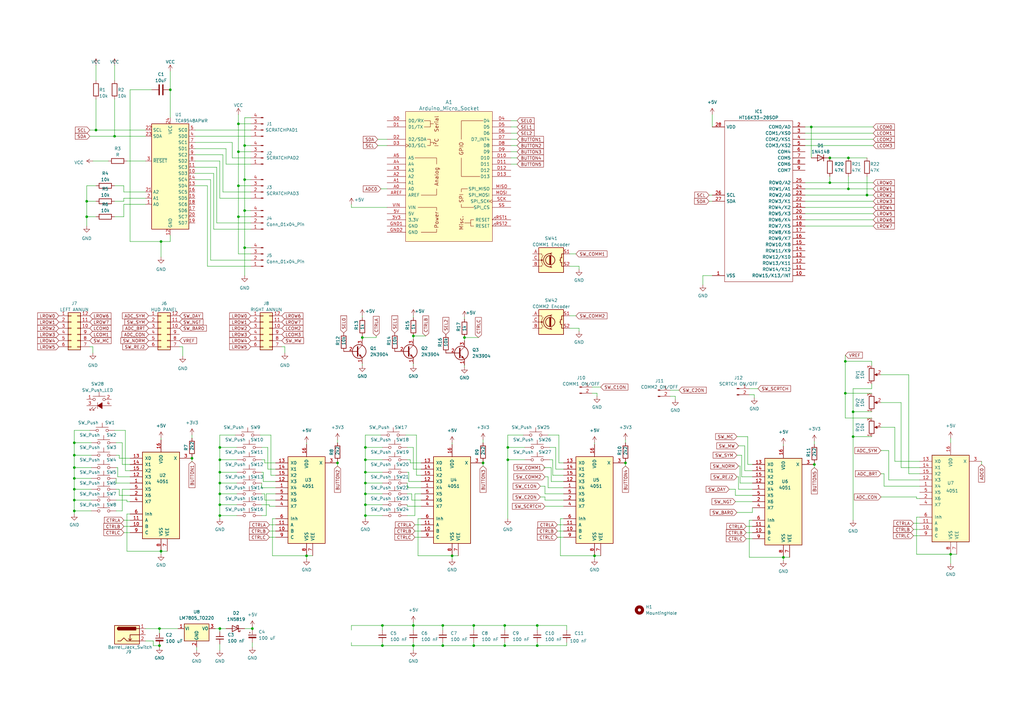
<source format=kicad_sch>
(kicad_sch (version 20230121) (generator eeschema)
  (paper "A3")
  (junction (at 346.71 161.29))
  (junction (at 220.345 264.795))
  (junction (at 347.98 64.77))
  (junction (at 90.17 202.565))
  (junction (at 90.17 183.515))
  (junction (at 194.31 256.54))
  (junction (at 65.405 257.81))
  (junction (at 90.17 198.12))
  (junction (at 156.845 264.795))
  (junction (at 194.31 264.795))
  (junction (at 190.5 138.43))
  (junction (at 66.04 226.06))
  (junction (at 340.36 64.77))
  (junction (at 220.345 256.54))
  (junction (at 65.405 264.795))
  (junction (at 30.48 196.215))
  (junction (at 100.33 59.69))
  (junction (at 125.73 227.965))
  (junction (at 66.04 99.06))
  (junction (at 90.17 193.675))
  (junction (at 256.54 189.865))
  (junction (at 30.48 186.69))
  (junction (at 103.505 257.81))
  (junction (at 389.89 227.33))
  (junction (at 149.86 193.675))
  (junction (at 149.86 207.01))
  (junction (at 90.17 188.595))
  (junction (at 30.48 209.55))
  (junction (at 90.17 257.81))
  (junction (at 347.98 77.47))
  (junction (at 100.33 101.6))
  (junction (at 181.61 256.54))
  (junction (at 332.74 52.07))
  (junction (at 340.36 74.93))
  (junction (at 149.86 188.595))
  (junction (at 97.79 50.8))
  (junction (at 138.43 189.865))
  (junction (at 30.48 200.66))
  (junction (at 208.28 188.595))
  (junction (at 149.86 211.455))
  (junction (at 39.37 53.34))
  (junction (at 169.545 264.795))
  (junction (at 97.79 88.9))
  (junction (at 97.79 62.23))
  (junction (at 30.48 205.105))
  (junction (at 149.86 183.515))
  (junction (at 349.885 179.07))
  (junction (at 207.01 264.795))
  (junction (at 35.56 82.55))
  (junction (at 349.885 168.91))
  (junction (at 208.28 183.515))
  (junction (at 97.79 76.2))
  (junction (at 207.01 256.54))
  (junction (at 149.86 198.12))
  (junction (at 35.56 88.9))
  (junction (at 90.17 211.455))
  (junction (at 169.545 137.795))
  (junction (at 243.84 227.965))
  (junction (at 30.48 181.61))
  (junction (at 181.61 264.795))
  (junction (at 69.85 36.83))
  (junction (at 321.31 228.6))
  (junction (at 149.86 202.565))
  (junction (at 46.99 55.88))
  (junction (at 169.545 256.54))
  (junction (at 148.59 138.43))
  (junction (at 334.01 190.5))
  (junction (at 355.6 80.01))
  (junction (at 156.845 256.54))
  (junction (at 100.33 73.66))
  (junction (at 198.12 189.865))
  (junction (at 90.17 207.01))
  (junction (at 100.33 86.36))
  (junction (at 30.48 191.77))
  (junction (at 78.74 187.96))
  (junction (at 346.71 148.209))
  (junction (at 185.42 227.965))
  (wire (pts (xy 209.55 54.61) (xy 212.09 54.61)))
  (wire (pts (xy 107.315 202.565) (xy 108.585 202.565)))
  (wire (pts (xy 346.71 161.29) (xy 346.71 148.209)))
  (wire (pts (xy 207.01 264.795) (xy 220.345 264.795)))
  (wire (pts (xy 185.42 227.965) (xy 185.42 229.235)))
  (wire (pts (xy 156.845 263.525) (xy 156.845 264.795)))
  (wire (pts (xy 169.545 256.54) (xy 169.545 258.445)))
  (wire (pts (xy 48.895 203.2) (xy 53.34 203.2)))
  (wire (pts (xy 48.895 187.96) (xy 48.895 186.69)))
  (wire (pts (xy 306.705 190.5) (xy 306.705 179.07)))
  (wire (pts (xy 367.03 175.26) (xy 367.03 189.23)))
  (wire (pts (xy 95.25 58.42) (xy 95.25 64.77)))
  (wire (pts (xy 108.585 202.565) (xy 108.585 205.105)))
  (wire (pts (xy 169.545 264.795) (xy 181.61 264.795)))
  (wire (pts (xy 330.2 92.71) (xy 358.14 92.71)))
  (wire (pts (xy 90.17 202.565) (xy 90.17 207.01)))
  (wire (pts (xy 90.17 207.01) (xy 97.155 207.01)))
  (wire (pts (xy 154.94 57.15) (xy 158.75 57.15)))
  (wire (pts (xy 194.31 263.525) (xy 194.31 264.795)))
  (wire (pts (xy 108.585 205.105) (xy 113.03 205.105)))
  (wire (pts (xy 149.86 183.515) (xy 156.845 183.515)))
  (wire (pts (xy 53.34 210.82) (xy 52.07 210.82)))
  (wire (pts (xy 244.856 161.29) (xy 242.824 161.29)))
  (wire (pts (xy 349.885 159.385) (xy 349.885 168.91)))
  (wire (pts (xy 90.17 81.28) (xy 102.87 81.28)))
  (wire (pts (xy 69.85 29.21) (xy 69.85 36.83)))
  (wire (pts (xy 111.125 194.945) (xy 113.03 194.945)))
  (wire (pts (xy 169.545 137.795) (xy 169.545 139.065)))
  (wire (pts (xy 181.61 256.54) (xy 194.31 256.54)))
  (wire (pts (xy 207.01 256.54) (xy 220.345 256.54)))
  (wire (pts (xy 107.315 200.025) (xy 107.315 198.12)))
  (wire (pts (xy 109.22 202.565) (xy 109.22 211.455)))
  (wire (pts (xy 389.89 227.33) (xy 389.89 231.14)))
  (wire (pts (xy 361.315 165.1) (xy 369.57 165.1)))
  (wire (pts (xy 90.17 211.455) (xy 97.155 211.455)))
  (wire (pts (xy 30.48 181.61) (xy 37.465 181.61)))
  (wire (pts (xy 30.48 205.105) (xy 30.48 209.55)))
  (wire (pts (xy 190.5 138.43) (xy 196.215 138.43)))
  (wire (pts (xy 50.8 213.36) (xy 53.34 213.36)))
  (wire (pts (xy 66.04 99.06) (xy 53.34 99.06)))
  (wire (pts (xy 361.315 153.67) (xy 372.745 153.67)))
  (wire (pts (xy 367.03 189.23) (xy 377.19 189.23)))
  (wire (pts (xy 233.68 134.62) (xy 237.49 134.62)))
  (wire (pts (xy 208.28 178.435) (xy 208.28 183.515)))
  (wire (pts (xy 90.17 259.08) (xy 90.17 257.81)))
  (wire (pts (xy 47.625 200.66) (xy 48.895 200.66)))
  (wire (pts (xy 306.705 179.07) (xy 302.26 179.07)))
  (wire (pts (xy 148.59 149.225) (xy 148.59 149.86)))
  (wire (pts (xy 36.83 176.53) (xy 30.48 176.53)))
  (wire (pts (xy 59.69 81.28) (xy 50.8 81.28)))
  (wire (pts (xy 301.625 200.66) (xy 301.625 203.2)))
  (wire (pts (xy 306.07 215.9) (xy 308.61 215.9)))
  (wire (pts (xy 52.07 210.82) (xy 52.07 226.06)))
  (wire (pts (xy 47.625 198.12) (xy 53.34 198.12)))
  (wire (pts (xy 148.59 138.43) (xy 148.59 139.065)))
  (wire (pts (xy 30.48 181.61) (xy 30.48 186.69)))
  (wire (pts (xy 185.42 227.965) (xy 187.96 227.965)))
  (wire (pts (xy 46.99 55.88) (xy 59.69 55.88)))
  (wire (pts (xy 80.01 73.66) (xy 86.36 73.66)))
  (wire (pts (xy 243.84 227.965) (xy 243.84 229.235)))
  (wire (pts (xy 65.405 264.795) (xy 65.405 265.43)))
  (wire (pts (xy 309.372 163.195) (xy 309.372 161.925)))
  (wire (pts (xy 59.69 78.74) (xy 50.8 78.74)))
  (wire (pts (xy 39.37 88.9) (xy 35.56 88.9)))
  (wire (pts (xy 107.315 188.595) (xy 108.585 188.595)))
  (wire (pts (xy 330.2 85.09) (xy 358.14 85.09)))
  (wire (pts (xy 73.66 142.24) (xy 74.93 142.24)))
  (wire (pts (xy 97.79 50.8) (xy 102.87 50.8)))
  (wire (pts (xy 90.17 188.595) (xy 90.17 193.675)))
  (wire (pts (xy 156.845 258.445) (xy 156.845 256.54)))
  (wire (pts (xy 243.84 181.61) (xy 243.84 182.245)))
  (wire (pts (xy 276.987 163.83) (xy 276.987 162.56)))
  (wire (pts (xy 169.545 264.795) (xy 169.545 266.7)))
  (wire (pts (xy 237.49 109.22) (xy 237.49 110.49)))
  (wire (pts (xy 170.815 178.435) (xy 170.815 194.945)))
  (wire (pts (xy 231.14 192.405) (xy 227.965 192.405)))
  (wire (pts (xy 242.824 158.75) (xy 246.38 158.75)))
  (wire (pts (xy 149.86 178.435) (xy 149.86 183.515)))
  (wire (pts (xy 209.55 62.23) (xy 212.09 62.23)))
  (wire (pts (xy 208.28 188.595) (xy 215.265 188.595)))
  (wire (pts (xy 171.45 227.965) (xy 185.42 227.965)))
  (wire (pts (xy 90.17 66.04) (xy 90.17 81.28)))
  (wire (pts (xy 80.01 60.96) (xy 92.71 60.96)))
  (wire (pts (xy 39.37 40.64) (xy 39.37 53.34)))
  (wire (pts (xy 361.315 175.26) (xy 367.03 175.26)))
  (wire (pts (xy 375.92 203.835) (xy 375.92 204.47)))
  (wire (pts (xy 48.26 195.58) (xy 53.34 195.58)))
  (wire (pts (xy 220.345 256.54) (xy 220.345 258.445)))
  (wire (pts (xy 51.435 193.04) (xy 53.34 193.04)))
  (wire (pts (xy 288.29 113.03) (xy 288.29 116.84)))
  (wire (pts (xy 330.2 52.07) (xy 332.74 52.07)))
  (wire (pts (xy 69.85 36.83) (xy 69.85 48.26)))
  (wire (pts (xy 111.76 212.725) (xy 111.76 227.965)))
  (wire (pts (xy 80.01 66.04) (xy 90.17 66.04)))
  (wire (pts (xy 224.79 200.025) (xy 231.14 200.025)))
  (wire (pts (xy 102.87 59.69) (xy 100.33 59.69)))
  (wire (pts (xy 97.79 62.23) (xy 97.79 76.2)))
  (wire (pts (xy 228.6 215.265) (xy 231.14 215.265)))
  (wire (pts (xy 96.52 178.435) (xy 90.17 178.435)))
  (wire (pts (xy 50.8 88.9) (xy 46.99 88.9)))
  (wire (pts (xy 209.55 67.31) (xy 212.09 67.31)))
  (wire (pts (xy 109.855 192.405) (xy 113.03 192.405)))
  (wire (pts (xy 306.07 218.44) (xy 308.61 218.44)))
  (wire (pts (xy 292.1 113.03) (xy 288.29 113.03)))
  (wire (pts (xy 290.83 82.55) (xy 292.1 82.55)))
  (wire (pts (xy 149.86 211.455) (xy 156.845 211.455)))
  (wire (pts (xy 50.8 76.2) (xy 46.99 76.2)))
  (wire (pts (xy 224.79 200.025) (xy 224.79 195.58)))
  (wire (pts (xy 226.695 194.945) (xy 226.695 188.595)))
  (wire (pts (xy 109.855 183.515) (xy 109.855 192.405)))
  (wire (pts (xy 53.34 205.74) (xy 52.07 205.74)))
  (wire (pts (xy 167.64 197.485) (xy 172.72 197.485)))
  (wire (pts (xy 102.87 48.26) (xy 100.33 48.26)))
  (wire (pts (xy 332.74 52.07) (xy 358.14 52.07)))
  (wire (pts (xy 80.01 53.34) (xy 102.87 53.34)))
  (wire (pts (xy 167.005 200.025) (xy 172.72 200.025)))
  (wire (pts (xy 302.26 210.185) (xy 308.61 210.185)))
  (wire (pts (xy 78.74 187.325) (xy 78.74 187.96)))
  (wire (pts (xy 364.49 196.85) (xy 377.19 196.85)))
  (wire (pts (xy 221.615 203.835) (xy 223.52 203.835)))
  (wire (pts (xy 102.87 86.36) (xy 100.33 86.36)))
  (wire (pts (xy 167.005 193.675) (xy 167.64 193.675)))
  (wire (pts (xy 226.06 197.485) (xy 231.14 197.485)))
  (wire (pts (xy 349.885 159.385) (xy 357.505 159.385)))
  (wire (pts (xy 172.72 192.405) (xy 169.545 192.405)))
  (wire (pts (xy 330.2 54.61) (xy 358.14 54.61)))
  (wire (pts (xy 138.43 189.23) (xy 138.43 189.865)))
  (wire (pts (xy 91.44 63.5) (xy 91.44 78.74)))
  (wire (pts (xy 50.165 200.66) (xy 50.165 209.55)))
  (wire (pts (xy 154.305 138.43) (xy 154.305 137.795)))
  (wire (pts (xy 220.345 256.54) (xy 232.41 256.54)))
  (wire (pts (xy 66.04 179.705) (xy 66.04 180.34)))
  (wire (pts (xy 185.42 181.61) (xy 185.42 182.245)))
  (wire (pts (xy 377.19 212.09) (xy 375.92 212.09)))
  (wire (pts (xy 375.92 227.33) (xy 389.89 227.33)))
  (wire (pts (xy 305.435 182.88) (xy 305.435 193.04)))
  (wire (pts (xy 302.895 191.135) (xy 303.53 191.135)))
  (wire (pts (xy 113.03 212.725) (xy 111.76 212.725)))
  (wire (pts (xy 207.01 263.525) (xy 207.01 264.795)))
  (wire (pts (xy 181.61 256.54) (xy 169.545 256.54)))
  (wire (pts (xy 107.315 200.025) (xy 113.03 200.025)))
  (wire (pts (xy 170.815 178.435) (xy 166.37 178.435)))
  (wire (pts (xy 307.34 213.36) (xy 307.34 228.6)))
  (wire (pts (xy 301.625 203.2) (xy 308.61 203.2)))
  (wire (pts (xy 346.71 171.45) (xy 346.71 161.29)))
  (wire (pts (xy 321.31 182.245) (xy 321.31 182.88)))
  (wire (pts (xy 149.86 211.455) (xy 149.86 212.725)))
  (wire (pts (xy 302.895 200.66) (xy 308.61 200.66)))
  (wire (pts (xy 97.79 50.8) (xy 97.79 62.23)))
  (wire (pts (xy 346.71 161.29) (xy 357.505 161.29)))
  (wire (pts (xy 168.91 205.105) (xy 172.72 205.105)))
  (wire (pts (xy 107.315 207.01) (xy 110.49 207.01)))
  (wire (pts (xy 347.98 77.47) (xy 358.14 77.47)))
  (wire (pts (xy 102.87 101.6) (xy 100.33 101.6)))
  (wire (pts (xy 170.18 211.455) (xy 170.18 202.565)))
  (wire (pts (xy 109.855 183.515) (xy 107.315 183.515)))
  (wire (pts (xy 90.17 193.675) (xy 90.17 198.12)))
  (wire (pts (xy 233.68 104.14) (xy 236.22 104.14)))
  (wire (pts (xy 107.315 193.675) (xy 107.95 193.675)))
  (wire (pts (xy 52.07 226.06) (xy 66.04 226.06)))
  (wire (pts (xy 47.625 186.69) (xy 48.895 186.69)))
  (wire (pts (xy 39.37 53.34) (xy 59.69 53.34)))
  (wire (pts (xy 149.86 207.01) (xy 149.86 211.455)))
  (wire (pts (xy 50.8 215.9) (xy 53.34 215.9)))
  (wire (pts (xy 389.89 227.33) (xy 392.43 227.33)))
  (wire (pts (xy 232.41 263.525) (xy 232.41 264.795)))
  (wire (pts (xy 194.31 256.54) (xy 194.31 258.445)))
  (wire (pts (xy 346.71 171.45) (xy 357.505 171.45)))
  (wire (pts (xy 100.33 73.66) (xy 100.33 86.36)))
  (wire (pts (xy 372.745 194.31) (xy 377.19 194.31)))
  (wire (pts (xy 347.98 64.77) (xy 355.6 64.77)))
  (wire (pts (xy 349.885 179.07) (xy 357.505 179.07)))
  (wire (pts (xy 90.17 198.12) (xy 97.155 198.12)))
  (wire (pts (xy 85.09 109.22) (xy 102.87 109.22)))
  (wire (pts (xy 229.235 178.435) (xy 224.79 178.435)))
  (wire (pts (xy 361.315 194.31) (xy 362.585 194.31)))
  (wire (pts (xy 223.52 203.835) (xy 223.52 205.105)))
  (wire (pts (xy 369.57 165.1) (xy 369.57 191.77)))
  (wire (pts (xy 156.845 256.54) (xy 169.545 256.54)))
  (wire (pts (xy 97.79 104.14) (xy 102.87 104.14)))
  (wire (pts (xy 115.57 142.24) (xy 116.84 142.24)))
  (wire (pts (xy 48.26 195.58) (xy 48.26 191.77)))
  (wire (pts (xy 306.07 220.98) (xy 308.61 220.98)))
  (wire (pts (xy 92.71 67.31) (xy 102.87 67.31)))
  (wire (pts (xy 30.48 176.53) (xy 30.48 181.61)))
  (wire (pts (xy 88.9 91.44) (xy 102.87 91.44)))
  (wire (pts (xy 80.01 63.5) (xy 91.44 63.5)))
  (wire (pts (xy 303.53 198.12) (xy 303.53 191.135)))
  (wire (pts (xy 148.59 138.43) (xy 154.305 138.43)))
  (wire (pts (xy 97.79 88.9) (xy 102.87 88.9)))
  (wire (pts (xy 113.03 202.565) (xy 109.22 202.565)))
  (wire (pts (xy 90.17 183.515) (xy 90.17 188.595)))
  (wire (pts (xy 302.895 195.58) (xy 302.895 200.66)))
  (wire (pts (xy 301.625 205.74) (xy 308.61 205.74)))
  (wire (pts (xy 223.52 207.645) (xy 231.14 207.645)))
  (wire (pts (xy 349.885 179.07) (xy 349.885 168.91)))
  (wire (pts (xy 85.09 76.2) (xy 85.09 109.22)))
  (wire (pts (xy 109.22 211.455) (xy 107.315 211.455)))
  (wire (pts (xy 110.49 215.265) (xy 113.03 215.265)))
  (wire (pts (xy 207.01 264.795) (xy 194.31 264.795)))
  (wire (pts (xy 50.8 218.44) (xy 53.34 218.44)))
  (wire (pts (xy 80.01 71.12) (xy 87.63 71.12)))
  (wire (pts (xy 30.48 191.77) (xy 30.48 196.215)))
  (wire (pts (xy 86.36 73.66) (xy 86.36 106.68)))
  (wire (pts (xy 92.71 60.96) (xy 92.71 67.31)))
  (wire (pts (xy 156.21 77.47) (xy 158.75 77.47)))
  (wire (pts (xy 50.165 181.61) (xy 47.625 181.61)))
  (wire (pts (xy 35.56 88.9) (xy 35.56 92.71)))
  (wire (pts (xy 149.86 202.565) (xy 156.845 202.565)))
  (wire (pts (xy 100.33 86.36) (xy 100.33 101.6)))
  (wire (pts (xy 30.48 200.66) (xy 30.48 205.105)))
  (wire (pts (xy 321.31 228.6) (xy 321.31 229.87)))
  (wire (pts (xy 208.28 183.515) (xy 208.28 188.595)))
  (wire (pts (xy 169.545 149.225) (xy 169.545 149.86)))
  (wire (pts (xy 170.18 220.345) (xy 172.72 220.345)))
  (wire (pts (xy 308.61 195.58) (xy 304.165 195.58)))
  (wire (pts (xy 110.49 207.01) (xy 110.49 207.645)))
  (wire (pts (xy 375.92 204.47) (xy 377.19 204.47)))
  (wire (pts (xy 50.165 181.61) (xy 50.165 190.5)))
  (wire (pts (xy 144.145 256.54) (xy 156.845 256.54)))
  (wire (pts (xy 225.425 188.595) (xy 226.695 188.595)))
  (wire (pts (xy 30.48 209.55) (xy 30.48 210.82)))
  (wire (pts (xy 231.14 212.725) (xy 229.87 212.725)))
  (wire (pts (xy 402.59 189.23) (xy 402.59 190.5)))
  (wire (pts (xy 194.31 264.795) (xy 181.61 264.795)))
  (wire (pts (xy 59.69 257.81) (xy 65.405 257.81)))
  (wire (pts (xy 69.85 96.52) (xy 69.85 99.06)))
  (wire (pts (xy 330.2 77.47) (xy 347.98 77.47)))
  (wire (pts (xy 223.52 202.565) (xy 231.14 202.565)))
  (wire (pts (xy 167.64 197.485) (xy 167.64 193.675)))
  (wire (pts (xy 168.275 189.865) (xy 172.72 189.865)))
  (wire (pts (xy 305.435 182.88) (xy 302.895 182.88)))
  (wire (pts (xy 90.17 257.81) (xy 92.71 257.81)))
  (wire (pts (xy 111.125 178.435) (xy 111.125 194.945)))
  (wire (pts (xy 237.49 134.62) (xy 237.49 135.89)))
  (wire (pts (xy 231.14 189.865) (xy 229.235 189.865)))
  (wire (pts (xy 62.865 264.795) (xy 65.405 264.795)))
  (wire (pts (xy 87.63 71.12) (xy 87.63 93.98)))
  (wire (pts (xy 144.145 258.445) (xy 144.145 256.54)))
  (wire (pts (xy 149.86 188.595) (xy 156.845 188.595)))
  (wire (pts (xy 46.99 40.64) (xy 46.99 55.88)))
  (wire (pts (xy 46.99 26.67) (xy 46.99 33.02)))
  (wire (pts (xy 229.87 227.965) (xy 243.84 227.965)))
  (wire (pts (xy 35.56 76.2) (xy 35.56 82.55)))
  (wire (pts (xy 220.345 264.795) (xy 220.345 263.525)))
  (wire (pts (xy 47.625 205.105) (xy 52.07 205.105)))
  (wire (pts (xy 334.01 190.5) (xy 334.01 191.77)))
  (wire (pts (xy 181.61 258.445) (xy 181.61 256.54)))
  (wire (pts (xy 361.315 184.785) (xy 364.49 184.785)))
  (wire (pts (xy 374.65 217.17) (xy 377.19 217.17)))
  (wire (pts (xy 170.815 194.945) (xy 172.72 194.945)))
  (wire (pts (xy 86.36 106.68) (xy 102.87 106.68)))
  (wire (pts (xy 103.505 263.525) (xy 103.505 265.43)))
  (wire (pts (xy 372.745 153.67) (xy 372.745 194.31)))
  (wire (pts (xy 374.65 219.71) (xy 377.19 219.71)))
  (wire (pts (xy 90.17 178.435) (xy 90.17 183.515)))
  (wire (pts (xy 229.87 212.725) (xy 229.87 227.965)))
  (wire (pts (xy 274.955 160.02) (xy 278.511 160.02)))
  (wire (pts (xy 228.6 220.345) (xy 231.14 220.345)))
  (wire (pts (xy 172.72 207.645) (xy 167.005 207.645)))
  (wire (pts (xy 66.04 99.06) (xy 66.04 105.41)))
  (wire (pts (xy 97.79 76.2) (xy 102.87 76.2)))
  (wire (pts (xy 170.18 202.565) (xy 172.72 202.565)))
  (wire (pts (xy 62.865 262.89) (xy 62.865 264.795)))
  (wire (pts (xy 330.2 59.69) (xy 358.14 59.69)))
  (wire (pts (xy 357.505 148.209) (xy 357.505 149.86)))
  (wire (pts (xy 51.435 176.53) (xy 51.435 193.04)))
  (wire (pts (xy 362.585 199.39) (xy 377.19 199.39)))
  (wire (pts (xy 47.625 209.55) (xy 50.165 209.55)))
  (wire (pts (xy 276.987 162.56) (xy 274.955 162.56)))
  (wire (pts (xy 90.17 188.595) (xy 97.155 188.595)))
  (wire (pts (xy 90.17 211.455) (xy 90.17 212.725)))
  (wire (pts (xy 207.01 258.445) (xy 207.01 256.54)))
  (wire (pts (xy 308.61 190.5) (xy 306.705 190.5)))
  (wire (pts (xy 154.94 59.69) (xy 158.75 59.69)))
  (wire (pts (xy 357.505 157.48) (xy 357.505 159.385)))
  (wire (pts (xy 190.5 138.43) (xy 190.5 139.7)))
  (wire (pts (xy 125.73 227.965) (xy 128.27 227.965)))
  (wire (pts (xy 138.43 189.865) (xy 138.43 191.135)))
  (wire (pts (xy 90.17 264.16) (xy 90.17 266.7)))
  (wire (pts (xy 53.34 36.83) (xy 62.23 36.83)))
  (wire (pts (xy 36.83 55.88) (xy 46.99 55.88)))
  (wire (pts (xy 256.54 180.34) (xy 256.54 181.61)))
  (wire (pts (xy 169.545 255.27) (xy 169.545 256.54)))
  (wire (pts (xy 158.75 85.09) (xy 144.145 85.09)))
  (wire (pts (xy 50.8 81.28) (xy 50.8 82.55)))
  (wire (pts (xy 97.79 62.23) (xy 102.87 62.23)))
  (wire (pts (xy 361.315 203.835) (xy 375.92 203.835)))
  (wire (pts (xy 90.17 202.565) (xy 97.155 202.565)))
  (wire (pts (xy 332.74 64.77) (xy 332.74 52.07)))
  (wire (pts (xy 229.235 189.865) (xy 229.235 178.435)))
  (wire (pts (xy 198.12 180.34) (xy 198.12 181.61)))
  (wire (pts (xy 95.25 64.77) (xy 102.87 64.77)))
  (wire (pts (xy 209.55 59.69) (xy 212.09 59.69)))
  (wire (pts (xy 59.69 83.82) (xy 50.8 83.82)))
  (wire (pts (xy 53.34 200.66) (xy 50.165 200.66)))
  (wire (pts (xy 47.625 198.12) (xy 47.625 196.215)))
  (wire (pts (xy 228.6 217.805) (xy 231.14 217.805)))
  (wire (pts (xy 39.37 82.55) (xy 35.56 82.55)))
  (wire (pts (xy 149.86 188.595) (xy 149.86 193.675)))
  (wire (pts (xy 227.965 183.515) (xy 227.965 192.405)))
  (wire (pts (xy 107.95 197.485) (xy 113.03 197.485)))
  (wire (pts (xy 30.48 191.77) (xy 37.465 191.77)))
  (wire (pts (xy 110.49 207.645) (xy 113.03 207.645)))
  (wire (pts (xy 355.6 72.39) (xy 355.6 80.01)))
  (wire (pts (xy 111.76 227.965) (xy 125.73 227.965)))
  (wire (pts (xy 74.93 142.24) (xy 74.93 146.05)))
  (wire (pts (xy 198.12 189.865) (xy 198.12 191.135)))
  (wire (pts (xy 53.34 99.06) (xy 53.34 36.83)))
  (wire (pts (xy 90.17 257.81) (xy 88.265 257.81)))
  (wire (pts (xy 50.8 78.74) (xy 50.8 76.2)))
  (wire (pts (xy 36.83 53.34) (xy 39.37 53.34)))
  (wire (pts (xy 103.505 257.175) (xy 103.505 257.81)))
  (wire (pts (xy 80.645 265.43) (xy 80.645 266.7)))
  (wire (pts (xy 100.33 59.69) (xy 100.33 73.66)))
  (wire (pts (xy 97.79 104.14) (xy 97.79 88.9)))
  (wire (pts (xy 66.04 226.06) (xy 66.04 227.33)))
  (wire (pts (xy 51.435 176.53) (xy 46.99 176.53)))
  (wire (pts (xy 303.53 198.12) (xy 308.61 198.12)))
  (wire (pts (xy 214.63 178.435) (xy 208.28 178.435)))
  (wire (pts (xy 80.01 58.42) (xy 95.25 58.42)))
  (wire (pts (xy 100.33 257.81) (xy 103.505 257.81)))
  (wire (pts (xy 208.28 183.515) (xy 215.265 183.515)))
  (wire (pts (xy 374.65 214.63) (xy 377.19 214.63)))
  (wire (pts (xy 50.165 190.5) (xy 53.34 190.5)))
  (wire (pts (xy 144.145 263.525) (xy 144.145 264.795)))
  (wire (pts (xy 208.28 188.595) (xy 208.28 212.725)))
  (wire (pts (xy 50.8 82.55) (xy 46.99 82.55)))
  (wire (pts (xy 148.59 129.54) (xy 148.59 130.175)))
  (wire (pts (xy 149.86 183.515) (xy 149.86 188.595)))
  (wire (pts (xy 362.585 194.31) (xy 362.585 199.39)))
  (wire (pts (xy 102.87 73.66) (xy 100.33 73.66)))
  (wire (pts (xy 66.04 226.06) (xy 68.58 226.06)))
  (wire (pts (xy 52.07 66.04) (xy 59.69 66.04)))
  (wire (pts (xy 65.405 257.81) (xy 65.405 259.715)))
  (wire (pts (xy 233.68 109.22) (xy 237.49 109.22)))
  (wire (pts (xy 103.505 258.445) (xy 103.505 257.81)))
  (wire (pts (xy 80.01 55.88) (xy 102.87 55.88)))
  (wire (pts (xy 149.86 193.675) (xy 149.86 198.12)))
  (wire (pts (xy 65.405 257.81) (xy 73.025 257.81)))
  (wire (pts (xy 309.372 161.925) (xy 307.34 161.925)))
  (wire (pts (xy 172.72 212.725) (xy 171.45 212.725)))
  (wire (pts (xy 209.55 52.07) (xy 212.09 52.07)))
  (wire (pts (xy 111.125 178.435) (xy 106.68 178.435)))
  (wire (pts (xy 36.83 142.24) (xy 38.1 142.24)))
  (wire (pts (xy 78.74 178.435) (xy 78.74 179.705)))
  (wire (pts (xy 167.005 207.645) (xy 167.005 207.01)))
  (wire (pts (xy 91.44 78.74) (xy 102.87 78.74)))
  (wire (pts (xy 347.98 72.39) (xy 347.98 77.47)))
  (wire (pts (xy 167.005 188.595) (xy 168.275 188.595)))
  (wire (pts (xy 90.17 183.515) (xy 97.155 183.515)))
  (wire (pts (xy 39.37 76.2) (xy 35.56 76.2)))
  (wire (pts (xy 170.18 217.805) (xy 172.72 217.805)))
  (wire (pts (xy 233.68 129.54) (xy 236.22 129.54)))
  (wire (pts (xy 48.895 200.66) (xy 48.895 203.2)))
  (wire (pts (xy 168.275 189.865) (xy 168.275 188.595)))
  (wire (pts (xy 169.545 183.515) (xy 169.545 192.405)))
  (wire (pts (xy 80.01 68.58) (xy 88.9 68.58)))
  (wire (pts (xy 243.84 227.965) (xy 246.38 227.965)))
  (wire (pts (xy 30.48 196.215) (xy 37.465 196.215)))
  (wire (pts (xy 244.856 162.56) (xy 244.856 161.29)))
  (wire (pts (xy 227.965 183.515) (xy 225.425 183.515)))
  (wire (pts (xy 231.14 194.945) (xy 226.695 194.945)))
  (wire (pts (xy 223.52 199.39) (xy 223.52 202.565)))
  (wire (pts (xy 144.145 264.795) (xy 156.845 264.795)))
  (wire (pts (xy 346.71 145.669) (xy 346.71 148.209)))
  (wire (pts (xy 38.1 66.04) (xy 44.45 66.04)))
  (wire (pts (xy 80.01 76.2) (xy 85.09 76.2)))
  (wire (pts (xy 299.085 200.66) (xy 301.625 200.66)))
  (wire (pts (xy 59.69 262.89) (xy 62.865 262.89)))
  (wire (pts (xy 149.86 193.675) (xy 156.845 193.675)))
  (wire (pts (xy 232.41 256.54) (xy 232.41 258.445)))
  (wire (pts (xy 302.26 186.69) (xy 304.165 186.69)))
  (wire (pts (xy 334.01 180.975) (xy 334.01 182.245)))
  (wire (pts (xy 35.56 82.55) (xy 35.56 88.9)))
  (wire (pts (xy 48.895 187.96) (xy 53.34 187.96)))
  (wire (pts (xy 149.86 198.12) (xy 156.845 198.12)))
  (wire (pts (xy 181.61 263.525) (xy 181.61 264.795)))
  (wire (pts (xy 198.12 189.23) (xy 198.12 189.865)))
  (wire (pts (xy 90.17 207.01) (xy 90.17 211.455)))
  (wire (pts (xy 334.01 189.865) (xy 334.01 190.5)))
  (wire (pts (xy 125.73 181.61) (xy 125.73 182.245)))
  (wire (pts (xy 190.5 130.175) (xy 190.5 130.81)))
  (wire (pts (xy 190.5 149.86) (xy 190.5 150.495)))
  (wire (pts (xy 108.585 189.865) (xy 113.03 189.865)))
  (wire (pts (xy 308.61 213.36) (xy 307.34 213.36)))
  (wire (pts (xy 223.52 205.105) (xy 231.14 205.105)))
  (wire (pts (xy 222.885 191.77) (xy 226.06 191.77)))
  (wire (pts (xy 87.63 93.98) (xy 102.87 93.98)))
  (wire (pts (xy 30.48 205.105) (xy 37.465 205.105)))
  (wire (pts (xy 209.55 64.77) (xy 212.09 64.77)))
  (wire (pts (xy 144.145 85.09) (xy 144.145 83.82)))
  (wire (pts (xy 108.585 189.865) (xy 108.585 188.595)))
  (wire (pts (xy 375.92 212.09) (xy 375.92 227.33)))
  (wire (pts (xy 170.18 215.265) (xy 172.72 215.265)))
  (wire (pts (xy 330.2 87.63) (xy 358.14 87.63)))
  (wire (pts (xy 148.59 137.795) (xy 148.59 138.43)))
  (wire (pts (xy 349.885 168.91) (xy 357.505 168.91)))
  (wire (pts (xy 330.2 82.55) (xy 358.14 82.55)))
  (wire (pts (xy 307.34 228.6) (xy 321.31 228.6)))
  (wire (pts (xy 156.845 264.795) (xy 169.545 264.795)))
  (wire (pts (xy 226.06 197.485) (xy 226.06 191.77)))
  (wire (pts (xy 167.005 202.565) (xy 168.91 202.565)))
  (wire (pts (xy 30.48 196.215) (xy 30.48 200.66)))
  (wire (pts (xy 223.52 195.58) (xy 224.79 195.58)))
  (wire (pts (xy 256.54 189.865) (xy 256.54 191.135)))
  (wire (pts (xy 167.005 211.455) (xy 170.18 211.455)))
  (wire (pts (xy 107.95 197.485) (xy 107.95 193.675)))
  (wire (pts (xy 340.36 72.39) (xy 340.36 74.93)))
  (wire (pts (xy 168.91 202.565) (xy 168.91 205.105)))
  (wire (pts (xy 69.85 99.06) (xy 66.04 99.06)))
  (wire (pts (xy 171.45 212.725) (xy 171.45 227.965)))
  (wire (pts (xy 167.005 200.025) (xy 167.005 198.12)))
  (wire (pts (xy 100.33 101.6) (xy 100.33 113.03)))
  (wire (pts (xy 346.71 148.209) (xy 357.505 148.209)))
  (wire (pts (xy 302.26 195.58) (xy 302.895 195.58)))
  (wire (pts (xy 169.545 263.525) (xy 169.545 264.795)))
  (wire (pts (xy 355.6 80.01) (xy 358.14 80.01)))
  (wire (pts (xy 369.57 191.77) (xy 377.19 191.77)))
  (wire (pts (xy 256.54 189.23) (xy 256.54 189.865)))
  (wire (pts (xy 308.61 210.185) (xy 308.61 208.28)))
  (wire (pts (xy 307.34 159.385) (xy 310.896 159.385)))
  (wire (pts (xy 88.9 68.58) (xy 88.9 91.44)))
  (wire (pts (xy 389.89 179.705) (xy 389.89 181.61)))
  (wire (pts (xy 290.83 80.01) (xy 292.1 80.01)))
  (wire (pts (xy 340.36 74.93) (xy 358.14 74.93)))
  (wire (pts (xy 308.61 193.04) (xy 305.435 193.04)))
  (wire (pts (xy 30.48 209.55) (xy 37.465 209.55)))
  (wire (pts (xy 149.86 207.01) (xy 156.845 207.01)))
  (wire (pts (xy 100.33 48.26) (xy 100.33 59.69)))
  (wire (pts (xy 340.36 64.77) (xy 347.98 64.77)))
  (wire (pts (xy 110.49 217.805) (xy 113.03 217.805)))
  (wire (pts (xy 349.885 179.07) (xy 349.885 213.36)))
  (wire (pts (xy 97.79 46.99) (xy 97.79 50.8)))
  (wire (pts (xy 50.8 83.82) (xy 50.8 88.9)))
  (wire (pts (xy 330.2 80.01) (xy 355.6 80.01)))
  (wire (pts (xy 330.2 74.93) (xy 340.36 74.93)))
  (wire (pts (xy 90.17 198.12) (xy 90.17 202.565)))
  (wire (pts (xy 169.545 129.54) (xy 169.545 130.175)))
  (wire (pts (xy 221.615 199.39) (xy 223.52 199.39)))
  (wire (pts (xy 149.86 198.12) (xy 149.86 202.565)))
  (wire (pts (xy 304.165 195.58) (xy 304.165 186.69)))
  (wire (pts (xy 292.1 46.99) (xy 292.1 52.07)))
  (wire (pts (xy 364.49 184.785) (xy 364.49 196.85)))
  (wire (pts (xy 52.07 205.74) (xy 52.07 205.105)))
  (wire (pts (xy 39.37 26.67) (xy 39.37 33.02)))
  (wire (pts (xy 30.48 186.69) (xy 37.465 186.69)))
  (wire (pts (xy 110.49 220.345) (xy 113.03 220.345)))
  (wire (pts (xy 321.31 228.6) (xy 323.85 228.6)))
  (wire (pts (xy 125.73 227.965) (xy 125.73 229.235)))
  (wire (pts (xy 209.55 57.15) (xy 212.09 57.15)))
  (wire (pts (xy 138.43 180.34) (xy 138.43 181.61)))
  (wire (pts (xy 207.01 256.54) (xy 194.31 256.54)))
  (wire (pts (xy 169.545 183.515) (xy 167.005 183.515)))
  (wire (pts (xy 330.2 57.15) (xy 358.14 57.15)))
  (wire (pts (xy 220.345 264.795) (xy 232.41 264.795)))
  (wire (pts (xy 30.48 186.69) (xy 30.48 191.77)))
  (wire (pts (xy 116.84 142.24) (xy 116.84 144.78)))
  (wire (pts (xy 90.17 193.675) (xy 97.155 193.675)))
  (wire (pts (xy 209.55 49.53) (xy 212.09 49.53)))
  (wire (pts (xy 47.625 191.77) (xy 48.26 191.77)))
  (wire (pts (xy 149.86 202.565) (xy 149.86 207.01)))
  (wire (pts (xy 156.21 178.435) (xy 149.86 178.435)))
  (wire (pts (xy 78.74 187.96) (xy 78.74 189.23)))
  (wire (pts (xy 30.48 200.66) (xy 37.465 200.66)))
  (wire (pts (xy 330.2 90.17) (xy 358.14 90.17)))
  (wire (pts (xy 97.79 76.2) (xy 97.79 88.9)))
  (wire (pts (xy 169.545 137.795) (xy 174.625 137.795)))
  (wire (pts (xy 38.1 142.24) (xy 38.1 144.78)))
  (global_label "SW_NGT" (shape input) (at 73.66 132.08 0) (property "Intersheetrefs" "${INTERSHEET_REFS}" (effects hide)))
  (global_label "CTRLB" (shape input) (at 50.8 215.9 180) (property "Intersheetrefs" "${INTERSHEET_REFS}" (effects hide)))
  (global_label "SW_COMM2" (shape input) (at 236.22 129.54 0) (property "Intersheetrefs" "${INTERSHEET_REFS}" (effects hide)))
  (global_label "ADC_SYM" (shape input) (at 361.315 184.785 180) (property "Intersheetrefs" "${INTERSHEET_REFS}" (effects hide)))
  (global_label "LROW0" (shape input) (at 102.87 129.54 180) (property "Intersheetrefs" "${INTERSHEET_REFS}" (effects hide)))
  (global_label "SW_DAY" (shape input) (at 73.66 129.54 0) (property "Intersheetrefs" "${INTERSHEET_REFS}" (effects hide)))
  (global_label "ADC_SYM" (shape input) (at 60.96 129.54 180) (property "Intersheetrefs" "${INTERSHEET_REFS}" (effects hide)))
  (global_label "CTRLC" (shape input) (at 306.07 220.98 180) (property "Intersheetrefs" "${INTERSHEET_REFS}" (effects hide)))
  (global_label "BUTTON1" (shape input) (at 78.74 189.23 270) (property "Intersheetrefs" "${INTERSHEET_REFS}" (effects hide)))
  (global_label "CTRLA" (shape input) (at 306.07 215.9 180) (property "Intersheetrefs" "${INTERSHEET_REFS}" (effects hide)))
  (global_label "SW_REJ2" (shape input) (at 302.26 195.58 180) (property "Intersheetrefs" "${INTERSHEET_REFS}" (effects hide)))
  (global_label "SCL" (shape input) (at 154.94 59.69 180) (property "Intersheetrefs" "${INTERSHEET_REFS}" (effects hide)))
  (global_label "SCL" (shape input) (at 290.83 80.01 180) (property "Intersheetrefs" "${INTERSHEET_REFS}" (effects hide)))
  (global_label "CTRLB" (shape input) (at 174.625 137.795 90) (property "Intersheetrefs" "${INTERSHEET_REFS}" (effects hide)))
  (global_label "LROW3" (shape input) (at 102.87 137.16 180) (property "Intersheetrefs" "${INTERSHEET_REFS}" (effects hide)))
  (global_label "SCL" (shape input) (at 36.83 53.34 180) (property "Intersheetrefs" "${INTERSHEET_REFS}" (effects hide)))
  (global_label "VREF" (shape input) (at 346.71 145.669 0) (property "Intersheetrefs" "${INTERSHEET_REFS}" (effects hide)))
  (global_label "BUTTON2" (shape input) (at 138.43 191.135 270) (property "Intersheetrefs" "${INTERSHEET_REFS}" (effects hide)))
  (global_label "LROW0" (shape input) (at 24.13 129.54 180) (property "Intersheetrefs" "${INTERSHEET_REFS}" (effects hide)))
  (global_label "CTRLA" (shape input) (at 154.305 137.795 90) (property "Intersheetrefs" "${INTERSHEET_REFS}" (effects hide)))
  (global_label "BUTTON5" (shape input) (at 334.01 191.77 270) (property "Intersheetrefs" "${INTERSHEET_REFS}" (effects hide)))
  (global_label "ADC_CON" (shape input) (at 361.315 203.835 180) (property "Intersheetrefs" "${INTERSHEET_REFS}" (effects hide)))
  (global_label "LROW5" (shape input) (at 24.13 142.24 180) (property "Intersheetrefs" "${INTERSHEET_REFS}" (effects hide)))
  (global_label "CTRLA" (shape input) (at 228.6 215.265 180) (property "Intersheetrefs" "${INTERSHEET_REFS}" (effects hide)))
  (global_label "LROW2" (shape input) (at 24.13 134.62 180) (property "Intersheetrefs" "${INTERSHEET_REFS}" (effects hide)))
  (global_label "LROW1" (shape input) (at 102.87 132.08 180) (property "Intersheetrefs" "${INTERSHEET_REFS}" (effects hide)))
  (global_label "LROW6" (shape input) (at 115.57 129.54 0) (property "Intersheetrefs" "${INTERSHEET_REFS}" (effects hide)))
  (global_label "LROW7" (shape input) (at 36.83 132.08 0) (property "Intersheetrefs" "${INTERSHEET_REFS}" (effects hide)))
  (global_label "SDA" (shape input) (at 290.83 82.55 180) (property "Intersheetrefs" "${INTERSHEET_REFS}" (effects hide)))
  (global_label "CTRLC" (shape input) (at 110.49 220.345 180) (property "Intersheetrefs" "${INTERSHEET_REFS}" (effects hide)))
  (global_label "ADC_BRT" (shape input) (at 361.315 194.31 180) (property "Intersheetrefs" "${INTERSHEET_REFS}" (effects hide)))
  (global_label "LROW1" (shape input) (at 24.13 132.08 180) (property "Intersheetrefs" "${INTERSHEET_REFS}" (effects hide)))
  (global_label "CTRLB" (shape input) (at 170.18 217.805 180) (property "Intersheetrefs" "${INTERSHEET_REFS}" (effects hide)))
  (global_label "SEL1" (shape input) (at 161.925 136.525 90) (property "Intersheetrefs" "${INTERSHEET_REFS}" (effects hide)))
  (global_label "LROW6" (shape input) (at 36.83 129.54 0) (property "Intersheetrefs" "${INTERSHEET_REFS}" (effects hide)))
  (global_label "LCOM1" (shape input) (at 358.14 54.61 0) (property "Intersheetrefs" "${INTERSHEET_REFS}" (effects hide)))
  (global_label "BUTTON4" (shape input) (at 256.54 191.135 270) (property "Intersheetrefs" "${INTERSHEET_REFS}" (effects hide)))
  (global_label "CTRLC" (shape input) (at 50.8 218.44 180) (property "Intersheetrefs" "${INTERSHEET_REFS}" (effects hide)))
  (global_label "CTRLB" (shape input) (at 306.07 218.44 180) (property "Intersheetrefs" "${INTERSHEET_REFS}" (effects hide)))
  (global_label "SEL2" (shape input) (at 212.09 54.61 0) (property "Intersheetrefs" "${INTERSHEET_REFS}" (effects hide)))
  (global_label "BUTTON3" (shape input) (at 198.12 191.135 270) (property "Intersheetrefs" "${INTERSHEET_REFS}" (effects hide)))
  (global_label "LROW1" (shape input) (at 358.14 77.47 0) (property "Intersheetrefs" "${INTERSHEET_REFS}" (effects hide)))
  (global_label "LROW2" (shape input) (at 358.14 80.01 0) (property "Intersheetrefs" "${INTERSHEET_REFS}" (effects hide)))
  (global_label "SW_BARO" (shape input) (at 302.26 210.185 180) (property "Intersheetrefs" "${INTERSHEET_REFS}" (effects hide)))
  (global_label "SW_NGT" (shape input) (at 301.625 205.74 180) (property "Intersheetrefs" "${INTERSHEET_REFS}" (effects hide)))
  (global_label "LCOM0" (shape input) (at 36.83 134.62 0) (property "Intersheetrefs" "${INTERSHEET_REFS}" (effects hide)))
  (global_label "CTRLB" (shape input) (at 228.6 217.805 180) (property "Intersheetrefs" "${INTERSHEET_REFS}" (effects hide)))
  (global_label "SDA" (shape input) (at 154.94 57.15 180) (property "Intersheetrefs" "${INTERSHEET_REFS}" (effects hide)))
  (global_label "SW_SYM" (shape input) (at 302.26 186.69 180) (property "Intersheetrefs" "${INTERSHEET_REFS}" (effects hide)))
  (global_label "ADC0" (shape input) (at 402.59 190.5 270) (property "Intersheetrefs" "${INTERSHEET_REFS}" (effects hide)))
  (global_label "LROW6" (shape input) (at 358.14 90.17 0) (property "Intersheetrefs" "${INTERSHEET_REFS}" (effects hide)))
  (global_label "CTRLB" (shape input) (at 374.65 217.17 180) (property "Intersheetrefs" "${INTERSHEET_REFS}" (effects hide)))
  (global_label "SEL1" (shape input) (at 212.09 52.07 0) (property "Intersheetrefs" "${INTERSHEET_REFS}" (effects hide)))
  (global_label "LROW4" (shape input) (at 24.13 139.7 180) (property "Intersheetrefs" "${INTERSHEET_REFS}" (effects hide)))
  (global_label "SW_NORM" (shape input) (at 60.96 139.7 180) (property "Intersheetrefs" "${INTERSHEET_REFS}" (effects hide)))
  (global_label "SW_COMM1" (shape input) (at 236.22 104.14 0) (property "Intersheetrefs" "${INTERSHEET_REFS}" (effects hide)))
  (global_label "SW_C2ON" (shape input) (at 221.615 203.835 180) (property "Intersheetrefs" "${INTERSHEET_REFS}" (effects hide)))
  (global_label "LROW3" (shape input) (at 24.13 137.16 180) (property "Intersheetrefs" "${INTERSHEET_REFS}" (effects hide)))
  (global_label "ADC_BRT" (shape input) (at 60.96 134.62 180) (property "Intersheetrefs" "${INTERSHEET_REFS}" (effects hide)))
  (global_label "CTRLA" (shape input) (at 50.8 213.36 180) (property "Intersheetrefs" "${INTERSHEET_REFS}" (effects hide)))
  (global_label "LROW4" (shape input) (at 102.87 139.7 180) (property "Intersheetrefs" "${INTERSHEET_REFS}" (effects hide)))
  (global_label "CTRLC" (shape input) (at 170.18 220.345 180) (property "Intersheetrefs" "${INTERSHEET_REFS}" (effects hide)))
  (global_label "LROW7" (shape input) (at 115.57 132.08 0) (property "Intersheetrefs" "${INTERSHEET_REFS}" (effects hide)))
  (global_label "CTRLA" (shape input) (at 374.65 214.63 180) (property "Intersheetrefs" "${INTERSHEET_REFS}" (effects hide)))
  (global_label "SW_C1ON" (shape input) (at 221.615 199.39 180) (property "Intersheetrefs" "${INTERSHEET_REFS}" (effects hide)))
  (global_label "SEL2" (shape input) (at 182.88 137.16 90) (property "Intersheetrefs" "${INTERSHEET_REFS}" (effects hide)))
  (global_label "SW_COMM1" (shape input) (at 223.52 191.77 180) (property "Intersheetrefs" "${INTERSHEET_REFS}" (effects hide)))
  (global_label "SW_MW" (shape input) (at 302.895 182.88 180) (property "Intersheetrefs" "${INTERSHEET_REFS}" (effects hide)))
  (global_label "LROW0" (shape input) (at 358.14 74.93 0) (property "Intersheetrefs" "${INTERSHEET_REFS}" (effects hide)))
  (global_label "LROW5" (shape input) (at 102.87 142.24 180) (property "Intersheetrefs" "${INTERSHEET_REFS}" (effects hide)))
  (global_label "SW_SYM" (shape input) (at 60.96 132.08 180) (property "Intersheetrefs" "${INTERSHEET_REFS}" (effects hide)))
  (global_label "SEL0" (shape input) (at 212.09 49.53 0) (property "Intersheetrefs" "${INTERSHEET_REFS}" (effects hide)))
  (global_label "LCOM3" (shape input) (at 115.57 137.16 0) (property "Intersheetrefs" "${INTERSHEET_REFS}" (effects hide)))
  (global_label "SEL0" (shape input) (at 140.97 136.525 90) (property "Intersheetrefs" "${INTERSHEET_REFS}" (effects hide)))
  (global_label "LROW3" (shape input) (at 358.14 82.55 0) (property "Intersheetrefs" "${INTERSHEET_REFS}" (effects hide)))
  (global_label "ADC0" (shape input) (at 156.21 77.47 180) (property "Intersheetrefs" "${INTERSHEET_REFS}" (effects hide)))
  (global_label "CTRLC" (shape input) (at 228.6 220.345 180) (property "Intersheetrefs" "${INTERSHEET_REFS}" (effects hide)))
  (global_label "SW_SCRTCH" (shape input) (at 310.896 159.385 0) (property "Intersheetrefs" "${INTERSHEET_REFS}" (effects hide)))
  (global_label "LCOM3" (shape input) (at 358.14 59.69 0) (property "Intersheetrefs" "${INTERSHEET_REFS}" (effects hide)))
  (global_label "LROW2" (shape input) (at 102.87 134.62 180) (property "Intersheetrefs" "${INTERSHEET_REFS}" (effects hide)))
  (global_label "SW_C1ON" (shape input) (at 246.38 158.75 0) (property "Intersheetrefs" "${INTERSHEET_REFS}" (effects hide)))
  (global_label "SDA" (shape input) (at 36.83 55.88 180) (property "Intersheetrefs" "${INTERSHEET_REFS}" (effects hide)))
  (global_label "CTRLA" (shape input) (at 170.18 215.265 180) (property "Intersheetrefs" "${INTERSHEET_REFS}" (effects hide)))
  (global_label "BUTTON4" (shape input) (at 212.09 64.77 0) (property "Intersheetrefs" "${INTERSHEET_REFS}" (effects hide)))
  (global_label "BUTTON2" (shape input) (at 212.09 59.69 0) (property "Intersheetrefs" "${INTERSHEET_REFS}" (effects hide)))
  (global_label "LROW5" (shape input) (at 358.14 87.63 0) (property "Intersheetrefs" "${INTERSHEET_REFS}" (effects hide)))
  (global_label "SW_MC" (shape input) (at 302.26 179.07 180) (property "Intersheetrefs" "${INTERSHEET_REFS}" (effects hide)))
  (global_label "BUTTON5" (shape input) (at 212.09 67.31 0) (property "Intersheetrefs" "${INTERSHEET_REFS}" (effects hide)))
  (global_label "LCOM1" (shape input) (at 36.83 137.16 0) (property "Intersheetrefs" "${INTERSHEET_REFS}" (effects hide)))
  (global_label "LCOM2" (shape input) (at 115.57 134.62 0) (property "Intersheetrefs" "${INTERSHEET_REFS}" (effects hide)))
  (global_label "SW_MC" (shape input) (at 36.83 139.7 0) (property "Intersheetrefs" "${INTERSHEET_REFS}" (effects hide)))
  (global_label "VREF" (shape input) (at 73.66 139.7 0) (property "Intersheetrefs" "${INTERSHEET_REFS}" (effects hide)))
  (global_label "SW_MW" (shape input) (at 115.57 139.7 0) (property "Intersheetrefs" "${INTERSHEET_REFS}" (effects hide)))
  (global_label "LROW7" (shape input) (at 358.14 92.71 0) (property "Intersheetrefs" "${INTERSHEET_REFS}" (effects hide)))
  (global_label "SW_NORM" (shape input) (at 302.895 191.135 180) (property "Intersheetrefs" "${INTERSHEET_REFS}" (effects hide)))
  (global_label "SW_C2ON" (shape input) (at 278.511 160.02 0) (property "Intersheetrefs" "${INTERSHEET_REFS}" (effects hide)))
  (global_label "LCOM2" (shape input) (at 358.14 57.15 0) (property "Intersheetrefs" "${INTERSHEET_REFS}" (effects hide)))
  (global_label "SW_BARO" (shape input) (at 73.66 134.62 0) (property "Intersheetrefs" "${INTERSHEET_REFS}" (effects hide)))
  (global_label "ADC_CON" (shape input) (at 60.96 137.16 180) (property "Intersheetrefs" "${INTERSHEET_REFS}" (effects hide)))
  (global_label "SW_COMM2" (shape input) (at 223.52 195.58 180) (property "Intersheetrefs" "${INTERSHEET_REFS}" (effects hide)))
  (global_label "SW_SCRTCH" (shape input) (at 223.52 207.645 180) (property "Intersheetrefs" "${INTERSHEET_REFS}" (effects hide)))
  (global_label "CTRLA" (shape input) (at 110.49 215.265 180) (property "Intersheetrefs" "${INTERSHEET_REFS}" (effects hide)))
  (global_label "BUTTON1" (shape input) (at 212.09 57.15 0) (property "Intersheetrefs" "${INTERSHEET_REFS}" (effects hide)))
  (global_label "SW_REJ2" (shape input) (at 60.96 142.24 180) (property "Intersheetrefs" "${INTERSHEET_REFS}" (effects hide)))
  (global_label "CTRLC" (shape input) (at 196.215 138.43 90) (property "Intersheetrefs" "${INTERSHEET_REFS}" (effects hide)))
  (global_label "BUTTON3" (shape input) (at 212.09 62.23 0) (property "Intersheetrefs" "${INTERSHEET_REFS}" (effects hide)))
  (global_label "CTRLB" (shape input) (at 110.49 217.805 180) (property "Intersheetrefs" "${INTERSHEET_REFS}" (effects hide)))
  (global_label "LROW4" (shape input) (at 358.14 85.09 0) (property "Intersheetrefs" "${INTERSHEET_REFS}" (effects hide)))
  (global_label "CTRLC" (shape input) (at 374.65 219.71 180) (property "Intersheetrefs" "${INTERSHEET_REFS}" (effects hide)))
  (global_label "SW_DAY" (shape input) (at 299.085 200.66 180) (property "Intersheetrefs" "${INTERSHEET_REFS}" (effects hide)))
  (global_label "LCOM0" (shape input) (at 358.14 52.07 0) (property "Intersheetrefs" "${INTERSHEET_REFS}" (effects hide)))
  (symbol (lib_id "Device:C_Small") (at 232.41 260.985 0) (unit 1)
    (property "Reference" "C11" (at 235.585 259.7212 0) (effects (justify left)))
    (property "Value" "100 nF" (at 233.68 262.89 0) (effects (justify left)))
    (property "Footprint" "Capacitor_THT:C_Disc_D5.0mm_W2.5mm_P5.00mm" (effects hide))
  )
  (symbol (lib_id "Device:R_Potentiometer") (at 357.505 165.1 0) (mirror x) (unit 1)
    (property "Reference" "RV2" (at 351.79 165.1 90))
    (property "Value" "10k" (at 353.695 165.1 90))
    (property "Footprint" "Connector_PinHeader_2.54mm:PinHeader_1x03_P2.54mm_Vertical" (effects hide))
  )
  (symbol (lib_id "Device:R") (at 140.97 140.335 0) (unit 1)
    (property "Reference" "R12" (at 138.557 141.732 90) (effects (justify left)))
    (property "Value" "10k" (at 140.97 141.605 90) (effects (justify left)))
    (property "Footprint" "Resistor_SMD:R_0603_1608Metric" (effects hide))
  )
  (symbol (lib_id "4xxx:4051") (at 185.42 205.105 0) (unit 1)
    (property "Reference" "U4" (at 186.055 196.85 0))
    (property "Value" "4051" (at 186.055 199.39 0))
    (property "Footprint" "Package_SO:TSSOP-16-1EP_4.4x5mm_P0.65mm" (effects hide))
    (property "Datasheet" "https://wmsc.lcsc.com/wmsc/upload/file/pdf/v2/lcsc/1811091923_Texas-Instruments-CD4051BPWR_C54587.pdf" (effects hide))
    (property "LCSC" "C54587" (effects hide))
  )
  (symbol (lib_id "Switch:SW_Push") (at 102.235 198.12 0) (unit 1)
    (property "Reference" "SW13" (at 105.41 195.58 0))
    (property "Value" "SW_Push" (at 96.52 195.58 0))
    (property "Footprint" "Button_Switch_THT:SW_PUSH_6mm" (effects hide))
  )
  (symbol (lib_id "power:GND") (at 149.86 212.725 0) (unit 1)
    (property "Reference" "#PWR017" (effects hide))
    (property "Value" "GND" (at 149.86 217.17 0))
  )
  (symbol (lib_id "Device:R") (at 39.37 36.83 0) (unit 1)
    (property "Reference" "R1" (at 40.64 36.83 0) (effects (justify left)))
    (property "Value" "10k" (at 40.64 39.37 0) (effects (justify left)))
    (property "Footprint" "Resistor_SMD:R_0805_2012Metric" (effects hide))
  )
  (symbol (lib_id "power:GND") (at 38.1 144.78 0) (unit 1)
    (property "Reference" "#PWR040" (effects hide))
    (property "Value" "GND" (at 38.1 149.86 0))
  )
  (symbol (lib_id "Device:R") (at 169.545 133.985 0) (unit 1)
    (property "Reference" "R15" (at 167.132 135.382 90) (effects (justify left)))
    (property "Value" "1k" (at 169.545 135.255 90) (effects (justify left)))
    (property "Footprint" "Resistor_SMD:R_0603_1608Metric" (effects hide))
  )
  (symbol (lib_id "Transistor_BJT:2N3904") (at 187.96 144.78 0) (unit 1)
    (property "Reference" "Q3" (at 193.675 143.5099 0) (effects (justify left)))
    (property "Value" "2N3904" (at 193.675 146.0499 0) (effects (justify left)))
    (property "Footprint" "Package_TO_SOT_SMD:SOT-23" (effects hide))
    (property "Datasheet" "https://wmsc.lcsc.com/wmsc/upload/file/pdf/v2/lcsc/2205101716_BORN-MMBT3904_C266588.pdf" (effects hide))
    (property "LCSC" "C266588" (effects hide))
  )
  (symbol (lib_id "Device:R") (at 46.99 36.83 0) (unit 1)
    (property "Reference" "R2" (at 48.26 36.83 0) (effects (justify left)))
    (property "Value" "10k" (at 48.26 39.37 0) (effects (justify left)))
    (property "Footprint" "Resistor_SMD:R_0805_2012Metric" (effects hide))
  )
  (symbol (lib_id "power:GND") (at 276.987 163.83 0) (unit 1)
    (property "Reference" "#PWR051" (effects hide))
    (property "Value" "GND" (at 276.987 168.275 0))
  )
  (symbol (lib_id "Connector:Conn_01x02_Pin") (at 269.875 160.02 0) (unit 1)
    (property "Reference" "J11" (at 270.51 156.21 0))
    (property "Value" "COMM2 ON/OFF" (at 270.51 158.75 0))
    (property "Footprint" "Connector_PinHeader_2.54mm:PinHeader_1x02_P2.54mm_Vertical" (effects hide))
  )
  (symbol (lib_id "Switch:SW_Push") (at 42.545 196.215 0) (unit 1)
    (property "Reference" "SW5" (at 45.72 193.675 0))
    (property "Value" "SW_Push" (at 36.83 193.675 0))
    (property "Footprint" "Button_Switch_THT:SW_PUSH_6mm" (effects hide))
  )
  (symbol (lib_id "Connector:Conn_01x04_Pin") (at 107.95 64.77 180) (unit 1)
    (property "Reference" "J2" (at 109.22 62.865 0) (effects (justify right)))
    (property "Value" "SCRATCHPAD2" (at 109.22 64.77 0) (effects (justify right)))
    (property "Footprint" "Connector_PinHeader_2.54mm:PinHeader_1x04_P2.54mm_Vertical" (effects hide))
  )
  (symbol (lib_id "power:GND") (at 389.89 231.14 0) (unit 1)
    (property "Reference" "#PWR037" (effects hide))
    (property "Value" "GND" (at 389.89 235.585 0))
  )
  (symbol (lib_id "Connector_Generic:Conn_02x06_Counter_Clockwise") (at 66.04 134.62 0) (unit 1)
    (property "Reference" "J6" (at 67.31 124.46 0))
    (property "Value" "HUD PANEL" (at 67.31 127 0))
    (property "Footprint" "Connector_IDC:IDC-Header_2x06_P2.54mm_Vertical" (effects hide))
  )
  (symbol (lib_id "power:VCC") (at 39.37 26.67 0) (unit 1)
    (property "Reference" "#PWR05" (effects hide))
    (property "Value" "VCC" (at 39.37 25.4 0))
  )
  (symbol (lib_id "Switch:SW_Push") (at 220.345 183.515 0) (unit 1)
    (property "Reference" "SW26" (at 223.52 180.34 0))
    (property "Value" "SW_Push" (at 214.63 180.34 0))
    (property "Footprint" "Button_Switch_THT:SW_PUSH_6mm" (effects hide))
  )
  (symbol (lib_id "power:VCC") (at 46.99 26.67 0) (unit 1)
    (property "Reference" "#PWR06" (effects hide))
    (property "Value" "VCC" (at 46.99 25.4 0))
  )
  (symbol (lib_id "power:+5V") (at 144.145 83.82 0) (unit 1)
    (property "Reference" "#PWR025" (effects hide))
    (property "Value" "+5V" (at 147.32 81.915 0))
  )
  (symbol (lib_id "power:+5V") (at 148.59 129.54 0) (unit 1)
    (property "Reference" "#PWR029" (effects hide))
    (property "Value" "+5V" (at 151.765 127.635 0))
  )
  (symbol (lib_id "power:+5V") (at 243.84 181.61 0) (unit 1)
    (property "Reference" "#PWR022" (effects hide))
    (property "Value" "+5V" (at 243.84 176.53 0))
  )
  (symbol (lib_id "Switch:SW_Push") (at 41.91 176.53 0) (unit 1)
    (property "Reference" "SW1" (at 45.085 173.355 0))
    (property "Value" "SW_Push" (at 36.195 173.355 0))
    (property "Footprint" "Button_Switch_THT:SW_PUSH_6mm" (effects hide))
  )
  (symbol (lib_id "Device:C_Small") (at 194.31 260.985 0) (unit 1)
    (property "Reference" "C8" (at 197.485 259.7212 0) (effects (justify left)))
    (property "Value" "100 nF" (at 197.485 262.2612 0) (effects (justify left)))
    (property "Footprint" "Capacitor_THT:C_Disc_D5.0mm_W2.5mm_P5.00mm" (effects hide))
  )
  (symbol (lib_id "Device:R") (at 198.12 185.42 0) (unit 1)
    (property "Reference" "R9" (at 195.707 186.817 90) (effects (justify left)))
    (property "Value" "2k2" (at 198.12 186.69 90) (effects (justify left)))
    (property "Footprint" "Resistor_SMD:R_0201_0603Metric" (effects hide))
  )
  (symbol (lib_id "Switch:SW_Push_LED") (at 40.64 166.37 0) (unit 1)
    (property "Reference" "SW28" (at 40.005 157.48 0))
    (property "Value" "SW_Push_LED" (at 40.005 160.02 0))
    (property "Footprint" "OpenHarrierUFCLibrary:SW_PUSH_6mm" (effects hide))
  )
  (symbol (lib_id "Device:C_Small") (at 181.61 260.985 0) (unit 1)
    (property "Reference" "C7" (at 184.785 259.7212 0) (effects (justify left)))
    (property "Value" "100 nF" (at 184.785 262.2612 0) (effects (justify left)))
    (property "Footprint" "Capacitor_THT:C_Disc_D5.0mm_W2.5mm_P5.00mm" (effects hide))
  )
  (symbol (lib_id "Device:C_Small") (at 169.545 260.985 0) (unit 1)
    (property "Reference" "C6" (at 172.72 259.7212 0) (effects (justify left)))
    (property "Value" "100 nF" (at 172.72 262.2612 0) (effects (justify left)))
    (property "Footprint" "Capacitor_THT:C_Disc_D5.0mm_W2.5mm_P5.00mm" (effects hide))
  )
  (symbol (lib_id "power:GND") (at 148.59 149.86 0) (unit 1)
    (property "Reference" "#PWR030" (effects hide))
    (property "Value" "GND" (at 148.59 154.305 0))
  )
  (symbol (lib_id "Switch:SW_Push") (at 161.925 188.595 0) (unit 1)
    (property "Reference" "SW19" (at 165.1 185.42 0))
    (property "Value" "SW_Push" (at 156.21 185.42 0))
    (property "Footprint" "Button_Switch_THT:SW_PUSH_6mm" (effects hide))
  )
  (symbol (lib_id "power:VCC") (at 97.79 46.99 0) (unit 1)
    (property "Reference" "#PWR07" (effects hide))
    (property "Value" "VCC" (at 97.79 43.18 0))
  )
  (symbol (lib_id "Switch:SW_Push") (at 161.925 193.675 0) (unit 1)
    (property "Reference" "SW20" (at 165.1 190.5 0))
    (property "Value" "SW_Push" (at 156.21 190.5 0))
    (property "Footprint" "Button_Switch_THT:SW_PUSH_6mm" (effects hide))
  )
  (symbol (lib_id "power:GND") (at 309.372 163.195 0) (unit 1)
    (property "Reference" "#PWR052" (effects hide))
    (property "Value" "GND" (at 309.372 167.64 0))
  )
  (symbol (lib_id "Switch:SW_Push") (at 161.925 198.12 0) (unit 1)
    (property "Reference" "SW21" (at 165.1 195.58 0))
    (property "Value" "SW_Push" (at 156.21 195.58 0))
    (property "Footprint" "Button_Switch_THT:SW_PUSH_6mm" (effects hide))
  )
  (symbol (lib_id "power:+3V3") (at 256.54 180.34 0) (unit 1)
    (property "Reference" "#PWR024" (effects hide))
    (property "Value" "+3V3" (at 256.54 175.26 0))
  )
  (symbol (lib_id "power:GND") (at 321.31 229.87 0) (unit 1)
    (property "Reference" "#PWR027" (effects hide))
    (property "Value" "GND" (at 321.31 234.315 0))
  )
  (symbol (lib_id "power:GND") (at 208.28 212.725 0) (unit 1)
    (property "Reference" "#PWR021" (effects hide))
    (property "Value" "GND" (at 208.28 217.17 0))
  )
  (symbol (lib_id "Device:R") (at 148.59 133.985 0) (unit 1)
    (property "Reference" "R13" (at 146.177 135.382 90) (effects (justify left)))
    (property "Value" "1k" (at 148.59 135.255 90) (effects (justify left)))
    (property "Footprint" "Resistor_SMD:R_0603_1608Metric" (effects hide))
  )
  (symbol (lib_id "Mechanical:MountingHole") (at 262.255 250.19 0) (unit 1)
    (property "Reference" "H1" (at 264.795 248.9199 0) (effects (justify left)))
    (property "Value" "MountingHole" (at 264.795 251.4599 0) (effects (justify left)))
    (property "Footprint" "MountingHole:MountingHole_3.2mm_M3" (effects hide))
  )
  (symbol (lib_id "Device:RotaryEncoder_Switch") (at 226.06 106.68 0) (unit 1)
    (property "Reference" "SW41" (at 226.06 97.79 0))
    (property "Value" "COMM1 Encoder" (at 226.06 100.33 0))
    (property "Footprint" "Rotary_Encoder:RotaryEncoder_Alps_EC11E-Switch_Vertical_H20mm" (effects hide))
  )
  (symbol (lib_id "Device:C_Polarized_Small") (at 65.405 262.255 0) (unit 1)
    (property "Reference" "C2" (at 67.945 260.4388 0) (effects (justify left)))
    (property "Value" "100 uF" (at 67.945 262.9788 0) (effects (justify left)))
    (property "Footprint" "Capacitor_THT:CP_Radial_D5.0mm_P2.50mm" (effects hide))
  )
  (symbol (lib_id "power:GND") (at 244.856 162.56 0) (unit 1)
    (property "Reference" "#PWR050" (effects hide))
    (property "Value" "GND" (at 244.856 167.005 0))
  )
  (symbol (lib_id "power:GND") (at 100.33 113.03 0) (unit 1)
    (property "Reference" "#PWR08" (effects hide))
    (property "Value" "GND" (at 100.33 118.11 0))
  )
  (symbol (lib_id "Switch:SW_Push") (at 102.235 193.675 0) (unit 1)
    (property "Reference" "SW12" (at 105.41 190.5 0))
    (property "Value" "SW_Push" (at 96.52 190.5 0))
    (property "Footprint" "Button_Switch_THT:SW_PUSH_6mm" (effects hide))
  )
  (symbol (lib_id "Connector:Conn_01x04_Pin") (at 107.95 53.34 180) (unit 1)
    (property "Reference" "J1" (at 110.49 50.8 0))
    (property "Value" "SCRATCHPAD1" (at 115.57 53.34 0))
    (property "Footprint" "Connector_PinHeader_2.54mm:PinHeader_1x04_P2.54mm_Vertical" (effects hide))
  )
  (symbol (lib_id "Switch:SW_Push") (at 102.235 183.515 0) (unit 1)
    (property "Reference" "SW10" (at 105.41 180.34 0))
    (property "Value" "SW_Push" (at 96.52 180.34 0))
    (property "Footprint" "Button_Switch_THT:SW_PUSH_6mm" (effects hide))
  )
  (symbol (lib_id "Regulator_Linear:LM7805_TO220") (at 80.645 257.81 0) (unit 1)
    (property "Reference" "U8" (at 80.645 250.952 0))
    (property "Value" "LM7805_TO220" (at 80.645 253.492 0))
    (property "Footprint" "Package_TO_SOT_THT:TO-220-3_Horizontal_TabDown" (effects hide))
    (property "Datasheet" "https://www.onsemi.cn/PowerSolutions/document/MC7800-D.PDF" (effects hide))
  )
  (symbol (lib_id "Transistor_BJT:2N3904") (at 167.005 144.145 0) (unit 1)
    (property "Reference" "Q2" (at 172.72 142.8749 0) (effects (justify left)))
    (property "Value" "2N3904" (at 172.72 145.4149 0) (effects (justify left)))
    (property "Footprint" "Package_TO_SOT_SMD:SOT-23" (effects hide))
    (property "Datasheet" "https://wmsc.lcsc.com/wmsc/upload/file/pdf/v2/lcsc/2205101716_BORN-MMBT3904_C266588.pdf" (effects hide))
    (property "LCSC" "C266588" (effects hide))
  )
  (symbol (lib_id "Device:R") (at 182.88 140.97 0) (unit 1)
    (property "Reference" "R16" (at 180.467 142.367 90) (effects (justify left)))
    (property "Value" "10k" (at 182.88 142.24 90) (effects (justify left)))
    (property "Footprint" "Resistor_SMD:R_0603_1608Metric" (effects hide))
  )
  (symbol (lib_id "Device:RotaryEncoder_Switch") (at 226.06 132.08 0) (unit 1)
    (property "Reference" "SW42" (at 226.06 123.19 0))
    (property "Value" "COMM2 Encoder" (at 226.06 125.73 0))
    (property "Footprint" "Rotary_Encoder:RotaryEncoder_Alps_EC11E-Switch_Vertical_H20mm" (effects hide))
  )
  (symbol (lib_id "My_Library:HT16K33-28SOP") (at 292.1 52.07 0) (unit 1)
    (property "Reference" "IC1" (at 311.15 45.72 0))
    (property "Value" "HT16K33-28SOP" (at 311.15 48.26 0))
    (property "Footprint" "Package_SO:SSOP-28_3.9x9.9mm_P0.635mm" (effects hide))
    (property "Description" "Key-in LED Control Driver RAM I2C 28SOP Holtek HT16K33-28SOP, LED Driver 16-Segments, 5 V, 28-Pin SOP" (effects hide))
    (property "Height" "2.64" (effects hide))
    (property "Manufacturer_Name" "Holtek" (effects hide))
    (property "Manufacturer_Part_Number" "HT16K33-28SOP" (effects hide))
    (property "LCSC" "C87502" (effects hide))
  )
  (symbol (lib_id "4xxx:4051") (at 125.73 205.105 0) (unit 1)
    (property "Reference" "U3" (at 126.365 196.85 0))
    (property "Value" "4051" (at 126.365 199.39 0))
    (property "Footprint" "Package_SO:TSSOP-16-1EP_4.4x5mm_P0.65mm" (effects hide))
    (property "Datasheet" "https://wmsc.lcsc.com/wmsc/upload/file/pdf/v2/lcsc/1811091923_Texas-Instruments-CD4051BPWR_C54587.pdf" (effects hide))
    (property "LCSC" "C54587" (effects hide))
  )
  (symbol (lib_id "power:GND") (at 74.93 146.05 0) (unit 1)
    (property "Reference" "#PWR041" (effects hide))
    (property "Value" "GND" (at 74.93 151.13 0))
  )
  (symbol (lib_id "power:VCC") (at 69.85 29.21 0) (unit 1)
    (property "Reference" "#PWR03" (effects hide))
    (property "Value" "VCC" (at 69.85 25.4 0))
  )
  (symbol (lib_id "power:GND") (at 237.49 110.49 0) (unit 1)
    (property "Reference" "#PWR043" (effects hide))
    (property "Value" "GND" (at 237.49 114.935 0))
  )
  (symbol (lib_id "Device:C_Small") (at 90.17 261.62 0) (unit 1)
    (property "Reference" "C3" (at 93.345 260.3562 0) (effects (justify left)))
    (property "Value" "100 nF" (at 93.345 262.8962 0) (effects (justify left)))
    (property "Footprint" "Capacitor_THT:C_Disc_D5.0mm_W2.5mm_P5.00mm" (effects hide))
  )
  (symbol (lib_id "power:GND") (at 90.17 266.7 0) (unit 1)
    (property "Reference" "#PWR047" (effects hide))
    (property "Value" "GND" (at 90.17 271.145 0))
  )
  (symbol (lib_id "Connector:Conn_01x02_Pin") (at 302.26 159.385 0) (unit 1)
    (property "Reference" "J12" (at 302.895 154.94 0))
    (property "Value" "SCRTCH ON/OFF" (at 302.895 157.48 0))
    (property "Footprint" "Connector_PinHeader_2.54mm:PinHeader_1x02_P2.54mm_Vertical" (effects hide))
  )
  (symbol (lib_id "power:+5V") (at 103.505 257.175 0) (unit 1)
    (property "Reference" "#PWR048" (effects hide))
    (property "Value" "+5V" (at 103.505 252.095 0))
  )
  (symbol (lib_id "Connector_Generic:Conn_02x06_Counter_Clockwise") (at 107.95 134.62 0) (unit 1)
    (property "Reference" "J8" (at 109.22 124.46 0))
    (property "Value" "RIGHT ANNUN" (at 109.22 127 0))
    (property "Footprint" "Connector_IDC:IDC-Header_2x06_P2.54mm_Vertical" (effects hide))
  )
  (symbol (lib_id "Switch:SW_Push") (at 102.235 188.595 0) (unit 1)
    (property "Reference" "SW11" (at 105.41 185.42 0))
    (property "Value" "SW_Push" (at 96.52 185.42 0))
    (property "Footprint" "Button_Switch_THT:SW_PUSH_6mm" (effects hide))
  )
  (symbol (lib_id "power:GND") (at 103.505 265.43 0) (unit 1)
    (property "Reference" "#PWR049" (effects hide))
    (property "Value" "GND" (at 103.505 269.875 0))
  )
  (symbol (lib_id "Device:C_Small") (at 156.845 260.985 0) (unit 1)
    (property "Reference" "C5" (at 160.02 259.7212 0) (effects (justify left)))
    (property "Value" "100 nF" (at 160.02 262.2612 0) (effects (justify left)))
    (property "Footprint" "Capacitor_THT:C_Disc_D5.0mm_W2.5mm_P5.00mm" (effects hide))
  )
  (symbol (lib_id "4xxx:4051") (at 321.31 205.74 0) (unit 1)
    (property "Reference" "U6" (at 321.945 197.485 0))
    (property "Value" "4051" (at 321.945 200.025 0))
    (property "Footprint" "Package_SO:TSSOP-16-1EP_4.4x5mm_P0.65mm" (effects hide))
    (property "Datasheet" "https://wmsc.lcsc.com/wmsc/upload/file/pdf/v2/lcsc/1811091923_Texas-Instruments-CD4051BPWR_C54587.pdf" (effects hide))
    (property "LCSC" "C54587" (effects hide))
  )
  (symbol (lib_id "Connector:Conn_01x04_Pin") (at 107.95 91.44 180) (unit 1)
    (property "Reference" "J4" (at 109.22 89.535 0) (effects (justify right)))
    (property "Value" "Conn_01x04_Pin" (at 109.22 92.075 0) (effects (justify right)))
    (property "Footprint" "Connector_PinHeader_2.54mm:PinHeader_1x04_P2.54mm_Vertical" (effects hide))
  )
  (symbol (lib_id "Device:R") (at 190.5 134.62 0) (unit 1)
    (property "Reference" "R17" (at 188.087 136.017 90) (effects (justify left)))
    (property "Value" "1k" (at 190.5 135.89 90) (effects (justify left)))
    (property "Footprint" "Resistor_SMD:R_0603_1608Metric" (effects hide))
  )
  (symbol (lib_id "power:GND") (at 169.545 266.7 0) (unit 1)
    (property "Reference" "#PWR054" (effects hide))
    (property "Value" "GND" (at 169.545 271.145 0))
  )
  (symbol (lib_id "power:GND") (at 116.84 144.78 0) (unit 1)
    (property "Reference" "#PWR042" (effects hide))
    (property "Value" "GND" (at 116.84 149.86 0))
  )
  (symbol (lib_id "power:+3V3") (at 138.43 180.34 0) (unit 1)
    (property "Reference" "#PWR016" (effects hide))
    (property "Value" "+3V3" (at 138.43 175.26 0))
  )
  (symbol (lib_id "Switch:SW_Push") (at 161.29 178.435 0) (unit 1)
    (property "Reference" "SW17" (at 164.465 175.26 0))
    (property "Value" "SW_Push" (at 155.575 175.26 0))
    (property "Footprint" "Button_Switch_THT:SW_PUSH_6mm" (effects hide))
  )
  (symbol (lib_id "Switch:SW_Push") (at 102.235 207.01 0) (unit 1)
    (property "Reference" "SW15" (at 105.41 204.47 0))
    (property "Value" "SW_Push" (at 96.52 204.47 0))
    (property "Footprint" "Button_Switch_THT:SW_PUSH_6mm" (effects hide))
  )
  (symbol (lib_id "Device:R") (at 138.43 185.42 0) (unit 1)
    (property "Reference" "R8" (at 136.017 186.817 90) (effects (justify left)))
    (property "Value" "2k2" (at 138.43 186.69 90) (effects (justify left)))
    (property "Footprint" "Resistor_SMD:R_0201_0603Metric" (effects hide))
  )
  (symbol (lib_id "Switch:SW_Push") (at 42.545 200.66 0) (unit 1)
    (property "Reference" "SW6" (at 45.72 198.12 0))
    (property "Value" "SW_Push" (at 36.83 198.12 0))
    (property "Footprint" "Button_Switch_THT:SW_PUSH_6mm" (effects hide))
  )
  (symbol (lib_id "Switch:SW_Push") (at 42.545 181.61 0) (unit 1)
    (property "Reference" "SW2" (at 45.72 178.435 0))
    (property "Value" "SW_Push" (at 36.83 178.435 0))
    (property "Footprint" "Button_Switch_THT:SW_PUSH_6mm" (effects hide))
  )
  (symbol (lib_id "Device:R") (at 43.18 88.9 90) (unit 1)
    (property "Reference" "R6" (at 43.18 83.82 90))
    (property "Value" "10k" (at 43.18 86.36 90))
    (property "Footprint" "Resistor_SMD:R_0805_2012Metric" (effects hide))
  )
  (symbol (lib_id "PCM_arduino-library:Arduino_Micro_Socket") (at 184.15 72.39 0) (unit 1)
    (property "Reference" "A1" (at 184.15 41.91 0) (effects (font (size 1.524 1.524))))
    (property "Value" "Arduino_Micro_Socket" (at 184.15 44.45 0) (effects (font (size 1.524 1.524))))
    (property "Footprint" "PCM_arduino-library:Arduino_Micro_Socket" (effects hide))
    (property "Datasheet" "https://docs.arduino.cc/hardware/micro" (effects hide))
  )
  (symbol (lib_id "power:+5V") (at 321.31 182.245 0) (unit 1)
    (property "Reference" "#PWR026" (effects hide))
    (property "Value" "+5V" (at 321.31 177.165 0))
  )
  (symbol (lib_id "power:+5V") (at 169.545 255.27 0) (unit 1)
    (property "Reference" "#PWR053" (effects hide))
    (property "Value" "+5V" (at 169.545 250.19 0))
  )
  (symbol (lib_id "power:VCC") (at 38.1 66.04 90) (unit 1)
    (property "Reference" "#PWR02" (effects hide))
    (property "Value" "VCC" (at 34.29 66.675 90) (effects (justify left)))
  )
  (symbol (lib_id "4xxx:4051") (at 243.84 205.105 0) (unit 1)
    (property "Reference" "U5" (at 244.475 196.85 0))
    (property "Value" "4051" (at 244.475 199.39 0))
    (property "Footprint" "Package_SO:TSSOP-16-1EP_4.4x5mm_P0.65mm" (effects hide))
    (property "Datasheet" "https://wmsc.lcsc.com/wmsc/upload/file/pdf/v2/lcsc/1811091923_Texas-Instruments-CD4051BPWR_C54587.pdf" (effects hide))
    (property "LCSC" "C54587" (effects hide))
  )
  (symbol (lib_id "power:GND") (at 80.645 266.7 0) (unit 1)
    (property "Reference" "#PWR046" (effects hide))
    (property "Value" "GND" (at 80.645 271.145 0))
  )
  (symbol (lib_id "4xxx:4051") (at 389.89 204.47 0) (unit 1)
    (property "Reference" "U7" (at 389.89 198.12 0))
    (property "Value" "4051" (at 390.525 201.295 0))
    (property "Footprint" "Package_SO:TSSOP-16-1EP_4.4x5mm_P0.65mm" (effects hide))
    (property "Datasheet" "http://www.intersil.com/content/dam/Intersil/documents/cd40/cd4051bms-52bms-53bms.pdf" (effects hide))
    (property "LCSC" "C54587" (effects hide))
  )
  (symbol (lib_id "Transistor_BJT:2N3904") (at 146.05 144.145 0) (unit 1)
    (property "Reference" "Q1" (at 151.765 142.8749 0) (effects (justify left)))
    (property "Value" "2N3904" (at 151.765 145.4149 0) (effects (justify left)))
    (property "Footprint" "Package_TO_SOT_SMD:SOT-23" (effects hide))
    (property "Datasheet" "https://wmsc.lcsc.com/wmsc/upload/file/pdf/v2/lcsc/2205101716_BORN-MMBT3904_C266588.pdf" (effects hide))
    (property "LCSC" "C266588" (effects hide))
  )
  (symbol (lib_id "power:+3V3") (at 334.01 180.975 0) (unit 1)
    (property "Reference" "#PWR028" (effects hide))
    (property "Value" "+3V3" (at 334.01 175.895 0))
  )
  (symbol (lib_id "Switch:SW_Push") (at 219.71 178.435 0) (unit 1)
    (property "Reference" "SW25" (at 222.885 175.26 0))
    (property "Value" "SW_Push" (at 213.995 175.26 0))
    (property "Footprint" "Button_Switch_THT:SW_PUSH_6mm" (effects hide))
  )
  (symbol (lib_id "Device:C_Polarized_Small") (at 103.505 260.985 0) (unit 1)
    (property "Reference" "C4" (at 106.045 259.1688 0) (effects (justify left)))
    (property "Value" "100 uF" (at 106.045 261.7088 0) (effects (justify left)))
    (property "Footprint" "Capacitor_THT:CP_Radial_D5.0mm_P2.50mm" (effects hide))
  )
  (symbol (lib_id "Connector_Generic:Conn_02x06_Counter_Clockwise") (at 29.21 134.62 0) (unit 1)
    (property "Reference" "J7" (at 30.48 124.46 0))
    (property "Value" "LEFT ANNUN" (at 30.48 127 0))
    (property "Footprint" "Connector_IDC:IDC-Header_2x06_P2.54mm_Vertical" (effects hide))
  )
  (symbol (lib_id "Device:R_Potentiometer") (at 357.505 175.26 0) (mirror x) (unit 1)
    (property "Reference" "RV3" (at 351.79 175.26 90))
    (property "Value" "10k" (at 353.695 175.26 90))
    (property "Footprint" "Connector_PinHeader_2.54mm:PinHeader_1x03_P2.54mm_Vertical" (effects hide))
  )
  (symbol (lib_id "power:GND") (at 185.42 229.235 0) (unit 1)
    (property "Reference" "#PWR019" (effects hide))
    (property "Value" "GND" (at 185.42 233.68 0))
  )
  (symbol (lib_id "power:GND") (at 243.84 229.235 0) (unit 1)
    (property "Reference" "#PWR023" (effects hide))
    (property "Value" "GND" (at 243.84 233.68 0))
  )
  (symbol (lib_id "Switch:SW_Push") (at 42.545 186.69 0) (unit 1)
    (property "Reference" "SW3" (at 45.72 183.515 0))
    (property "Value" "SW_Push" (at 36.83 183.515 0))
    (property "Footprint" "Button_Switch_THT:SW_PUSH_6mm" (effects hide))
  )
  (symbol (lib_id "Device:R") (at 48.26 66.04 90) (unit 1)
    (property "Reference" "R3" (at 48.26 60.96 90))
    (property "Value" "R" (at 48.26 63.5 90))
    (property "Footprint" "Resistor_SMD:R_0805_2012Metric" (effects hide))
  )
  (symbol (lib_id "power:+5V") (at 125.73 181.61 0) (unit 1)
    (property "Reference" "#PWR014" (effects hide))
    (property "Value" "+5V" (at 125.73 176.53 0))
  )
  (symbol (lib_id "Switch:SW_Push") (at 102.235 211.455 0) (unit 1)
    (property "Reference" "SW16" (at 105.41 208.915 0))
    (property "Value" "SW_Push" (at 96.52 208.915 0))
    (property "Footprint" "Button_Switch_THT:SW_PUSH_6mm" (effects hide))
  )
  (symbol (lib_id "Device:R") (at 161.925 140.335 0) (unit 1)
    (property "Reference" "R14" (at 159.512 141.732 90) (effects (justify left)))
    (property "Value" "10k" (at 161.925 141.605 90) (effects (justify left)))
    (property "Footprint" "Resistor_SMD:R_0603_1608Metric" (effects hide))
  )
  (symbol (lib_id "power:GND") (at 65.405 265.43 0) (unit 1)
    (property "Reference" "#PWR045" (effects hide))
    (property "Value" "GND" (at 65.405 269.875 0))
  )
  (symbol (lib_id "Switch:SW_Push") (at 161.925 211.455 0) (unit 1)
    (property "Reference" "SW24" (at 165.1 208.915 0))
    (property "Value" "SW_Push" (at 156.21 208.915 0))
    (property "Footprint" "Button_Switch_THT:SW_PUSH_6mm" (effects hide))
  )
  (symbol (lib_id "Switch:SW_Push") (at 42.545 209.55 0) (unit 1)
    (property "Reference" "SW8" (at 45.72 207.01 0))
    (property "Value" "SW_Push" (at 36.83 207.01 0))
    (property "Footprint" "Button_Switch_THT:SW_PUSH_6mm" (effects hide))
  )
  (symbol (lib_id "Device:C_Small") (at 220.345 260.985 0) (unit 1)
    (property "Reference" "C10" (at 223.52 259.7212 0) (effects (justify left)))
    (property "Value" "100 nF" (at 223.52 262.2612 0) (effects (justify left)))
    (property "Footprint" "Capacitor_THT:C_Disc_D5.0mm_W2.5mm_P5.00mm" (effects hide))
  )
  (symbol (lib_id "Device:R_Potentiometer") (at 357.505 153.67 0) (mirror x) (unit 1)
    (property "Reference" "RV1" (at 351.79 153.67 90))
    (property "Value" "10k" (at 353.695 153.67 90))
    (property "Footprint" "Connector_PinHeader_2.54mm:PinHeader_1x03_P2.54mm_Vertical" (effects hide))
  )
  (symbol (lib_id "power:GND") (at 349.885 213.36 0) (unit 1)
    (property "Reference" "#PWR035" (effects hide))
    (property "Value" "GND" (at 349.885 217.805 0))
  )
  (symbol (lib_id "Connector:Conn_01x04_Pin") (at 107.95 106.68 180) (unit 1)
    (property "Reference" "J5" (at 109.22 104.775 0) (effects (justify right)))
    (property "Value" "Conn_01x04_Pin" (at 109.22 107.315 0) (effects (justify right)))
    (property "Footprint" "Connector_PinHeader_2.54mm:PinHeader_1x04_P2.54mm_Vertical" (effects hide))
  )
  (symbol (lib_id "power:+5V") (at 169.545 129.54 0) (unit 1)
    (property "Reference" "#PWR031" (effects hide))
    (property "Value" "+5V" (at 172.085 127.635 0))
  )
  (symbol (lib_id "Device:R") (at 43.18 76.2 90) (unit 1)
    (property "Reference" "R4" (at 43.18 71.12 90))
    (property "Value" "10k" (at 43.18 73.66 90))
    (property "Footprint" "Resistor_SMD:R_0805_2012Metric" (effects hide))
  )
  (symbol (lib_id "Device:R") (at 334.01 186.055 0) (unit 1)
    (property "Reference" "R11" (at 331.597 187.452 90) (effects (justify left)))
    (property "Value" "2k2" (at 334.01 187.325 90) (effects (justify left)))
    (property "Footprint" "Resistor_SMD:R_0201_0603Metric" (effects hide))
  )
  (symbol (lib_id "Diode:1N4148") (at 336.55 64.77 180) (unit 1)
    (property "Reference" "D1" (at 336.55 59.69 0))
    (property "Value" "1N4148" (at 336.55 62.23 0))
    (property "Footprint" "Diode_THT:D_DO-35_SOD27_P7.62mm_Horizontal" (effects hide))
    (property "Datasheet" "https://assets.nexperia.com/documents/data-sheet/1N4148_1N4448.pdf" (effects hide))
    (property "Sim.Device" "D" (effects hide))
    (property "Sim.Pins" "1=K 2=A" (effects hide))
  )
  (symbol (lib_id "Device:R") (at 256.54 185.42 0) (unit 1)
    (property "Reference" "R10" (at 254.127 186.817 90) (effects (justify left)))
    (property "Value" "2k2" (at 256.54 186.69 90) (effects (justify left)))
    (property "Footprint" "Resistor_SMD:R_0201_0603Metric" (effects hide))
  )
  (symbol (lib_id "power:GND") (at 66.04 227.33 0) (unit 1)
    (property "Reference" "#PWR011" (effects hide))
    (property "Value" "GND" (at 66.04 231.775 0))
  )
  (symbol (lib_id "Switch:SW_Push") (at 42.545 205.105 0) (unit 1)
    (property "Reference" "SW7" (at 45.72 202.565 0))
    (property "Value" "SW_Push" (at 36.83 202.565 0))
    (property "Footprint" "Button_Switch_THT:SW_PUSH_6mm" (effects hide))
  )
  (symbol (lib_id "power:GND") (at 125.73 229.235 0) (unit 1)
    (property "Reference" "#PWR015" (effects hide))
    (property "Value" "GND" (at 125.73 233.68 0))
  )
  (symbol (lib_id "Switch:SW_Push") (at 161.925 207.01 0) (unit 1)
    (property "Reference" "SW23" (at 165.1 204.47 0))
    (property "Value" "SW_Push" (at 156.21 204.47 0))
    (property "Footprint" "Button_Switch_THT:SW_PUSH_6mm" (effects hide))
  )
  (symbol (lib_id "Connector:Conn_01x02_Pin") (at 237.744 158.75 0) (unit 1)
    (property "Reference" "J10" (at 238.379 154.94 0))
    (property "Value" "COMM1 ON/OFF" (at 238.379 157.48 0))
    (property "Footprint" "Connector_PinHeader_2.54mm:PinHeader_1x02_P2.54mm_Vertical" (effects hide))
  )
  (symbol (lib_id "Interface_Expansion:TCA9548APWR") (at 69.85 71.12 0) (unit 1)
    (property "Reference" "U1" (at 71.8059 46.99 0) (effects (justify left)))
    (property "Value" "TCA9548APWR" (at 71.8059 49.53 0) (effects (justify left)))
    (property "Footprint" "Package_SO:TSSOP-24_4.4x7.8mm_P0.65mm" (effects hide))
    (property "Datasheet" "http://www.ti.com/lit/ds/symlink/tca9548a.pdf" (effects hide))
    (property "LCSC" "C130026" (effects hide))
  )
  (symbol (lib_id "power:+5V") (at 185.42 181.61 0) (unit 1)
    (property "Reference" "#PWR018" (effects hide))
    (property "Value" "+5V" (at 185.42 176.53 0))
  )
  (symbol (lib_id "power:+3V3") (at 198.12 180.34 0) (unit 1)
    (property "Reference" "#PWR020" (effects hide))
    (property "Value" "+3V3" (at 198.12 175.26 0))
  )
  (symbol (lib_id "Device:C_Small") (at 207.01 260.985 0) (unit 1)
    (property "Reference" "C9" (at 210.185 259.7212 0) (effects (justify left)))
    (property "Value" "100 nF" (at 210.185 262.2612 0) (effects (justify left)))
    (property "Footprint" "Capacitor_THT:C_Disc_D5.0mm_W2.5mm_P5.00mm" (effects hide))
  )
  (symbol (lib_id "power:+5V") (at 66.04 179.705 0) (unit 1)
    (property "Reference" "#PWR010" (effects hide))
    (property "Value" "+5V" (at 66.04 174.625 0))
  )
  (symbol (lib_id "power:GND") (at 190.5 150.495 0) (unit 1)
    (property "Reference" "#PWR034" (effects hide))
    (property "Value" "GND" (at 190.5 154.94 0))
  )
  (symbol (lib_id "Switch:SW_Push") (at 102.235 202.565 0) (unit 1)
    (property "Reference" "SW14" (at 105.41 200.025 0))
    (property "Value" "SW_Push" (at 96.52 200.025 0))
    (property "Footprint" "Button_Switch_THT:SW_PUSH_6mm" (effects hide))
  )
  (symbol (lib_id "Switch:SW_Push") (at 161.925 202.565 0) (unit 1)
    (property "Reference" "SW22" (at 165.1 200.025 0))
    (property "Value" "SW_Push" (at 156.21 200.025 0))
    (property "Footprint" "Button_Switch_THT:SW_PUSH_6mm" (effects hide))
  )
  (symbol (lib_id "power:GND") (at 30.48 210.82 0) (unit 1)
    (property "Reference" "#PWR09" (effects hide))
    (property "Value" "GND" (at 30.48 215.265 0))
  )
  (symbol (lib_id "Device:D_Schottky") (at 96.52 257.81 180) (unit 1)
    (property "Reference" "D2" (at 96.8375 251.46 0))
    (property "Value" "1N5819" (at 96.8375 254 0))
    (property "Footprint" "Diode_THT:D_DO-41_SOD81_P7.62mm_Horizontal" (effects hide))
  )
  (symbol (lib_id "Switch:SW_Push") (at 220.345 188.595 0) (unit 1)
    (property "Reference" "SW27" (at 223.52 185.42 0))
    (property "Value" "SW_Push" (at 214.63 185.42 0))
    (property "Footprint" "Button_Switch_THT:SW_PUSH_6mm" (effects hide))
  )
  (symbol (lib_id "power:+5V") (at 292.1 46.99 0) (unit 1)
    (property "Reference" "#PWR039" (effects hide))
    (property "Value" "+5V" (at 292.1 41.91 0))
  )
  (symbol (lib_id "Switch:SW_Push") (at 42.545 191.77 0) (unit 1)
    (property "Reference" "SW4" (at 45.72 188.595 0))
    (property "Value" "SW_Push" (at 36.83 188.595 0))
    (property "Footprint" "Button_Switch_THT:SW_PUSH_6mm" (effects hide))
  )
  (symbol (lib_id "power:GND") (at 288.29 116.84 0) (unit 1)
    (property "Reference" "#PWR038" (effects hide))
    (property "Value" "GND" (at 288.29 121.285 0))
  )
  (symbol (lib_id "4xxx:4051") (at 66.04 203.2 0) (unit 1)
    (property "Reference" "U2" (at 66.675 194.945 0))
    (property "Value" "4051" (at 66.675 197.485 0))
    (property "Footprint" "Package_SO:TSSOP-16-1EP_4.4x5mm_P0.65mm" (effects hide))
    (property "Datasheet" "https://wmsc.lcsc.com/wmsc/upload/file/pdf/v2/lcsc/1811091923_Texas-Instruments-CD4051BPWR_C54587.pdf" (effects hide))
    (property "LCSC" "C54587" (effects hide))
  )
  (symbol (lib_id "power:GND") (at 35.56 92.71 0) (unit 1)
    (property "Reference" "#PWR01" (effects hide))
    (property "Value" "GND" (at 35.56 97.79 0))
  )
  (symbol (lib_id "power:GND") (at 169.545 149.86 0) (unit 1)
    (property "Reference" "#PWR032" (effects hide))
    (property "Value" "GND" (at 169.545 154.305 0))
  )
  (symbol (lib_id "power:GND") (at 66.04 105.41 0) (unit 1)
    (property "Reference" "#PWR04" (effects hide))
    (property "Value" "GND" (at 66.04 110.49 0))
  )
  (symbol (lib_id "Connector:Barrel_Jack_Switch") (at 52.07 260.35 0) (unit 1)
    (property "Reference" "J9" (at 52.705 267.335 0))
    (property "Value" "Barrel_Jack_Switch" (at 53.34 265.43 0))
    (property "Footprint" "Connector_BarrelJack:BarrelJack_Horizontal" (effects hide))
  )
  (symbol (lib_id "power:+5V") (at 389.89 179.705 0) (unit 1)
    (property "Reference" "#PWR036" (effects hide))
    (property "Value" "+5V" (at 389.89 174.625 0))
  )
  (symbol (lib_id "Device:R") (at 43.18 82.55 90) (unit 1)
    (property "Reference" "R5" (at 43.18 77.47 90))
    (property "Value" "10k" (at 43.18 80.01 90))
    (property "Footprint" "Resistor_SMD:R_0805_2012Metric" (effects hide))
  )
  (symbol (lib_id "power:+5V") (at 190.5 130.175 0) (unit 1)
    (property "Reference" "#PWR033" (effects hide))
    (property "Value" "+5V" (at 193.04 128.27 0))
  )
  (symbol (lib_id "Device:R") (at 78.74 183.515 0) (unit 1)
    (property "Reference" "R7" (at 76.327 184.912 90) (effects (justify left)))
    (property "Value" "2k2" (at 78.74 184.785 90) (effects (justify left)))
    (property "Footprint" "Resistor_SMD:R_0603_1608Metric" (effects hide))
  )
  (symbol (lib_id "Device:C") (at 66.04 36.83 90) (unit 1)
    (property "Reference" "C1" (at 66.04 30.48 90))
    (property "Value" "10uF" (at 66.04 33.02 90))
    (property "Footprint" "Capacitor_SMD:C_0805_2012Metric" (effects hide))
  )
  (symbol (lib_id "Device:R") (at 355.6 68.58 0) (unit 1)
    (property "Reference" "R22" (at 356.87 67.31 0) (effects (justify left)))
    (property "Value" "47K" (at 356.87 69.85 0) (effects (justify left)))
    (property "Footprint" "Resistor_SMD:R_0805_2012Metric" (effects hide))
  )
  (symbol (lib_id "Switch:SW_Push") (at 161.925 183.515 0) (unit 1)
    (property "Reference" "SW18" (at 165.1 180.34 0))
    (property "Value" "SW_Push" (at 156.21 180.34 0))
    (property "Footprint" "Button_Switch_THT:SW_PUSH_6mm" (effects hide))
  )
  (symbol (lib_id "Device:R") (at 340.36 68.58 180) (unit 1)
    (property "Reference" "R20" (at 344.17 67.31 0))
    (property "Value" "47K" (at 344.17 69.85 0))
    (property "Footprint" "Resistor_SMD:R_0805_2012Metric" (effects hide))
  )
  (symbol (lib_id "power:GND") (at 90.17 212.725 0) (unit 1)
    (property "Reference" "#PWR013" (effects hide))
    (property "Value" "GND" (at 90.17 217.17 0))
  )
  (symbol (lib_id "power:GND") (at 237.49 135.89 0) (unit 1)
    (property "Reference" "#PWR044" (effects hide))
    (property "Value" "GND" (at 237.49 140.335 0))
  )
  (symbol (lib_id "Switch:SW_Push") (at 101.6 178.435 0) (unit 1)
    (property "Reference" "SW9" (at 104.775 175.26 0))
    (property "Value" "SW_Push" (at 95.885 175.26 0))
    (property "Footprint" "Button_Switch_THT:SW_PUSH_6mm" (effects hide))
  )
  (symbol (lib_id "power:+3V3") (at 78.74 178.435 0) (unit 1)
    (property "Reference" "#PWR012" (effects hide))
    (property "Value" "+3V3" (at 78.74 173.355 0))
  )
  (symbol (lib_id "Device:R") (at 347.98 68.58 180) (unit 1)
    (property "Reference" "R21" (at 349.25 67.31 0) (effects (justify right)))
    (property "Value" "47K" (at 349.25 69.85 0) (effects (justify right)))
    (property "Footprint" "Resistor_SMD:R_0805_2012Metric" (effects hide))
  )
  (symbol (lib_id "Connector:Conn_01x04_Pin") (at 107.95 78.74 180) (unit 1)
    (property "Reference" "J3" (at 109.22 76.835 0) (effects (justify right)))
    (property "Value" "SCRATCHPAD3" (at 109.22 79.375 0) (effects (justify right)))
    (property "Footprint" "Connector_PinHeader_2.54mm:PinHeader_1x04_P2.54mm_Vertical" (effects hide))
  )
)
</source>
